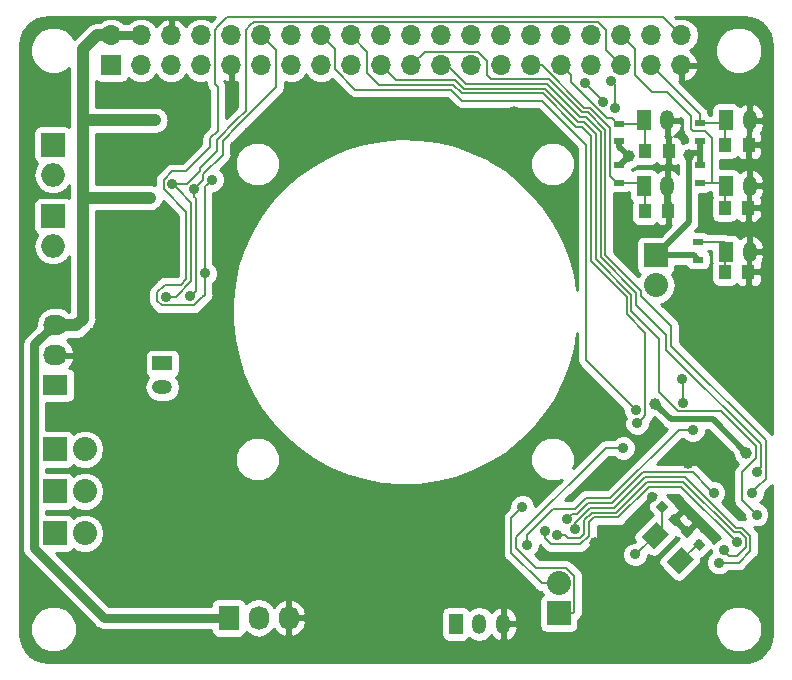
<source format=gbl>
G04 #@! TF.GenerationSoftware,KiCad,Pcbnew,5.0.0-fee4fd1~66~ubuntu18.04.1*
G04 #@! TF.CreationDate,2018-10-07T00:06:07+02:00*
G04 #@! TF.ProjectId,rasle,7261736C652E6B696361645F70636200,rev?*
G04 #@! TF.SameCoordinates,Original*
G04 #@! TF.FileFunction,Copper,L2,Bot,Signal*
G04 #@! TF.FilePolarity,Positive*
%FSLAX46Y46*%
G04 Gerber Fmt 4.6, Leading zero omitted, Abs format (unit mm)*
G04 Created by KiCad (PCBNEW 5.0.0-fee4fd1~66~ubuntu18.04.1) date Sun Oct  7 00:06:07 2018*
%MOMM*%
%LPD*%
G01*
G04 APERTURE LIST*
G04 #@! TA.AperFunction,ComponentPad*
%ADD10O,1.700000X1.200000*%
G04 #@! TD*
G04 #@! TA.AperFunction,ComponentPad*
%ADD11R,1.700000X1.200000*%
G04 #@! TD*
G04 #@! TA.AperFunction,ComponentPad*
%ADD12R,2.032000X1.727200*%
G04 #@! TD*
G04 #@! TA.AperFunction,ComponentPad*
%ADD13O,2.032000X1.727200*%
G04 #@! TD*
G04 #@! TA.AperFunction,SMDPad,CuDef*
%ADD14R,1.000000X1.250000*%
G04 #@! TD*
G04 #@! TA.AperFunction,ComponentPad*
%ADD15O,1.200000X1.700000*%
G04 #@! TD*
G04 #@! TA.AperFunction,ComponentPad*
%ADD16R,1.200000X1.700000*%
G04 #@! TD*
G04 #@! TA.AperFunction,ComponentPad*
%ADD17O,1.727200X2.032000*%
G04 #@! TD*
G04 #@! TA.AperFunction,ComponentPad*
%ADD18R,1.727200X2.032000*%
G04 #@! TD*
G04 #@! TA.AperFunction,SMDPad,CuDef*
%ADD19C,0.750000*%
G04 #@! TD*
G04 #@! TA.AperFunction,Conductor*
%ADD20C,0.150000*%
G04 #@! TD*
G04 #@! TA.AperFunction,SMDPad,CuDef*
%ADD21R,0.900000X0.500000*%
G04 #@! TD*
G04 #@! TA.AperFunction,SMDPad,CuDef*
%ADD22C,1.500000*%
G04 #@! TD*
G04 #@! TA.AperFunction,ComponentPad*
%ADD23O,2.032000X2.032000*%
G04 #@! TD*
G04 #@! TA.AperFunction,ComponentPad*
%ADD24R,2.032000X2.032000*%
G04 #@! TD*
G04 #@! TA.AperFunction,ComponentPad*
%ADD25R,1.700000X1.700000*%
G04 #@! TD*
G04 #@! TA.AperFunction,ComponentPad*
%ADD26O,1.700000X1.700000*%
G04 #@! TD*
G04 #@! TA.AperFunction,ComponentPad*
%ADD27R,1.998980X1.998980*%
G04 #@! TD*
G04 #@! TA.AperFunction,ComponentPad*
%ADD28O,1.998980X1.998980*%
G04 #@! TD*
G04 #@! TA.AperFunction,ViaPad*
%ADD29C,1.000000*%
G04 #@! TD*
G04 #@! TA.AperFunction,ViaPad*
%ADD30C,0.900000*%
G04 #@! TD*
G04 #@! TA.AperFunction,Conductor*
%ADD31C,0.500000*%
G04 #@! TD*
G04 #@! TA.AperFunction,Conductor*
%ADD32C,0.508000*%
G04 #@! TD*
G04 #@! TA.AperFunction,Conductor*
%ADD33C,1.000000*%
G04 #@! TD*
G04 #@! TA.AperFunction,Conductor*
%ADD34C,1.016000*%
G04 #@! TD*
G04 #@! TA.AperFunction,Conductor*
%ADD35C,0.762000*%
G04 #@! TD*
G04 #@! TA.AperFunction,Conductor*
%ADD36C,0.203200*%
G04 #@! TD*
G04 #@! TA.AperFunction,Conductor*
%ADD37C,0.200000*%
G04 #@! TD*
G04 #@! TA.AperFunction,Conductor*
%ADD38C,0.254000*%
G04 #@! TD*
G04 APERTURE END LIST*
D10*
G04 #@! TO.P,J2,2*
G04 #@! TO.N,Net-(J2-Pad2)*
X212700000Y-126015800D03*
D11*
G04 #@! TO.P,J2,1*
G04 #@! TO.N,+5V*
X212700000Y-124015800D03*
G04 #@! TD*
D12*
G04 #@! TO.P,J1,1*
G04 #@! TO.N,+12V*
X203657600Y-125844600D03*
D13*
G04 #@! TO.P,J1,2*
G04 #@! TO.N,GND*
X203657600Y-123304600D03*
G04 #@! TO.P,J1,3*
G04 #@! TO.N,+5V*
X203657600Y-120764600D03*
G04 #@! TD*
D14*
G04 #@! TO.P,C8,2*
G04 #@! TO.N,GND*
X255559200Y-111138000D03*
G04 #@! TO.P,C8,1*
G04 #@! TO.N,/BUTTON4*
X253559200Y-111138000D03*
G04 #@! TD*
D15*
G04 #@! TO.P,J11,2*
G04 #@! TO.N,GND*
X262426600Y-114541600D03*
D16*
G04 #@! TO.P,J11,1*
G04 #@! TO.N,/BTN_PWR*
X260426600Y-114541600D03*
G04 #@! TD*
D15*
G04 #@! TO.P,J10,2*
G04 #@! TO.N,GND*
X255448200Y-108979000D03*
D16*
G04 #@! TO.P,J10,1*
G04 #@! TO.N,/BUTTON4*
X253448200Y-108979000D03*
G04 #@! TD*
D15*
G04 #@! TO.P,J7,2*
G04 #@! TO.N,GND*
X262426600Y-103416400D03*
D16*
G04 #@! TO.P,J7,1*
G04 #@! TO.N,/BUTTON1*
X260426600Y-103416400D03*
G04 #@! TD*
D17*
G04 #@! TO.P,J4,3*
G04 #@! TO.N,GND*
X223393400Y-145555000D03*
G04 #@! TO.P,J4,2*
G04 #@! TO.N,Net-(J4-Pad2)*
X220853400Y-145555000D03*
D18*
G04 #@! TO.P,J4,1*
G04 #@! TO.N,+5V*
X218313400Y-145555000D03*
G04 #@! TD*
D19*
G04 #@! TO.P,C14,2*
G04 #@! TO.N,Net-(C14-Pad2)*
X254991000Y-136157000D03*
D20*
G04 #@! TD*
G04 #@! TO.N,Net-(C14-Pad2)*
G04 #@! TO.C,C14*
G36*
X255539008Y-136174678D02*
X255008678Y-136705008D01*
X254442992Y-136139322D01*
X254973322Y-135608992D01*
X255539008Y-136174678D01*
X255539008Y-136174678D01*
G37*
D19*
G04 #@! TO.P,C14,1*
G04 #@! TO.N,GND*
X256051660Y-137217660D03*
D20*
G04 #@! TD*
G04 #@! TO.N,GND*
G04 #@! TO.C,C14*
G36*
X256599668Y-137235338D02*
X256069338Y-137765668D01*
X255503652Y-137199982D01*
X256033982Y-136669652D01*
X256599668Y-137235338D01*
X256599668Y-137235338D01*
G37*
D19*
G04 #@! TO.P,C15,2*
G04 #@! TO.N,Net-(C15-Pad2)*
X258162930Y-139328930D03*
D20*
G04 #@! TD*
G04 #@! TO.N,Net-(C15-Pad2)*
G04 #@! TO.C,C15*
G36*
X257614922Y-139311252D02*
X258145252Y-138780922D01*
X258710938Y-139346608D01*
X258180608Y-139876938D01*
X257614922Y-139311252D01*
X257614922Y-139311252D01*
G37*
D19*
G04 #@! TO.P,C15,1*
G04 #@! TO.N,GND*
X257102270Y-138268270D03*
D20*
G04 #@! TD*
G04 #@! TO.N,GND*
G04 #@! TO.C,C15*
G36*
X256554262Y-138250592D02*
X257084592Y-137720262D01*
X257650278Y-138285948D01*
X257119948Y-138816278D01*
X256554262Y-138250592D01*
X256554262Y-138250592D01*
G37*
D21*
G04 #@! TO.P,R11,2*
G04 #@! TO.N,/BUTTON1*
X258206640Y-103684940D03*
G04 #@! TO.P,R11,1*
G04 #@! TO.N,+3V3*
X258206640Y-105184940D03*
G04 #@! TD*
D14*
G04 #@! TO.P,C9,1*
G04 #@! TO.N,/BTN_PWR*
X260330840Y-116251020D03*
G04 #@! TO.P,C9,2*
G04 #@! TO.N,GND*
X262330840Y-116251020D03*
G04 #@! TD*
D21*
G04 #@! TO.P,R14,2*
G04 #@! TO.N,/BUTTON4*
X251389280Y-108723160D03*
G04 #@! TO.P,R14,1*
G04 #@! TO.N,+3V3*
X251389280Y-107223160D03*
G04 #@! TD*
D22*
G04 #@! TO.P,Y1,2*
G04 #@! TO.N,Net-(C15-Pad2)*
X256526640Y-140702540D03*
D20*
G04 #@! TD*
G04 #@! TO.N,Net-(C15-Pad2)*
G04 #@! TO.C,Y1*
G36*
X255359914Y-140808606D02*
X256632706Y-139535814D01*
X257693366Y-140596474D01*
X256420574Y-141869266D01*
X255359914Y-140808606D01*
X255359914Y-140808606D01*
G37*
D22*
G04 #@! TO.P,Y1,1*
G04 #@! TO.N,Net-(C14-Pad2)*
X254405320Y-138581220D03*
D20*
G04 #@! TD*
G04 #@! TO.N,Net-(C14-Pad2)*
G04 #@! TO.C,Y1*
G36*
X253238594Y-138687286D02*
X254511386Y-137414494D01*
X255572046Y-138475154D01*
X254299254Y-139747946D01*
X253238594Y-138687286D01*
X253238594Y-138687286D01*
G37*
D23*
G04 #@! TO.P,J6,2*
G04 #@! TO.N,Net-(J6-Pad2)*
X206121400Y-138392200D03*
D24*
G04 #@! TO.P,J6,1*
G04 #@! TO.N,+12V*
X203581400Y-138392200D03*
G04 #@! TD*
D23*
G04 #@! TO.P,J3,2*
G04 #@! TO.N,Net-(J3-Pad2)*
X206121400Y-134836200D03*
D24*
G04 #@! TO.P,J3,1*
G04 #@! TO.N,+12V*
X203581400Y-134836200D03*
G04 #@! TD*
D23*
G04 #@! TO.P,J5,2*
G04 #@! TO.N,Net-(J5-Pad2)*
X206121400Y-131280200D03*
D24*
G04 #@! TO.P,J5,1*
G04 #@! TO.N,+12V*
X203581400Y-131280200D03*
G04 #@! TD*
D21*
G04 #@! TO.P,R12,2*
G04 #@! TO.N,/BUTTON2*
X258206640Y-108728240D03*
G04 #@! TO.P,R12,1*
G04 #@! TO.N,+3V3*
X258206640Y-107228240D03*
G04 #@! TD*
G04 #@! TO.P,R13,2*
G04 #@! TO.N,/BUTTON3*
X251401980Y-103705260D03*
G04 #@! TO.P,R13,1*
G04 #@! TO.N,+3V3*
X251401980Y-105205260D03*
G04 #@! TD*
G04 #@! TO.P,R15,2*
G04 #@! TO.N,/BTN_PWR*
X258049160Y-113717240D03*
G04 #@! TO.P,R15,1*
G04 #@! TO.N,+3V3*
X258049160Y-115217240D03*
G04 #@! TD*
D25*
G04 #@! TO.P,P1,1*
G04 #@! TO.N,+3V3*
X208370000Y-98770000D03*
D26*
G04 #@! TO.P,P1,2*
G04 #@! TO.N,+5V*
X208370000Y-96230000D03*
G04 #@! TO.P,P1,3*
G04 #@! TO.N,/GPIO2(SDA1)*
X210910000Y-98770000D03*
G04 #@! TO.P,P1,4*
G04 #@! TO.N,+5V*
X210910000Y-96230000D03*
G04 #@! TO.P,P1,5*
G04 #@! TO.N,/GPIO3(SCL1)*
X213450000Y-98770000D03*
G04 #@! TO.P,P1,6*
G04 #@! TO.N,GND*
X213450000Y-96230000D03*
G04 #@! TO.P,P1,7*
G04 #@! TO.N,/GPIO4(GCLK)*
X215990000Y-98770000D03*
G04 #@! TO.P,P1,8*
G04 #@! TO.N,/GPIO14(TXD0)*
X215990000Y-96230000D03*
G04 #@! TO.P,P1,9*
G04 #@! TO.N,GND*
X218530000Y-98770000D03*
G04 #@! TO.P,P1,10*
G04 #@! TO.N,/GPIO15(RXD0)*
X218530000Y-96230000D03*
G04 #@! TO.P,P1,11*
G04 #@! TO.N,/GPIO17(GEN0)*
X221070000Y-98770000D03*
G04 #@! TO.P,P1,12*
G04 #@! TO.N,/BCLK*
X221070000Y-96230000D03*
G04 #@! TO.P,P1,13*
G04 #@! TO.N,/GPIO27(GEN2)*
X223610000Y-98770000D03*
G04 #@! TO.P,P1,14*
G04 #@! TO.N,GND*
X223610000Y-96230000D03*
G04 #@! TO.P,P1,15*
G04 #@! TO.N,/GPIO22(GEN3)*
X226150000Y-98770000D03*
G04 #@! TO.P,P1,16*
G04 #@! TO.N,/GPIO23(GEN4)*
X226150000Y-96230000D03*
G04 #@! TO.P,P1,17*
G04 #@! TO.N,+3V3*
X228690000Y-98770000D03*
G04 #@! TO.P,P1,18*
G04 #@! TO.N,/GPIO24(GEN5)*
X228690000Y-96230000D03*
G04 #@! TO.P,P1,19*
G04 #@! TO.N,/GPIO10(SPI0_MOSI)*
X231230000Y-98770000D03*
G04 #@! TO.P,P1,20*
G04 #@! TO.N,GND*
X231230000Y-96230000D03*
G04 #@! TO.P,P1,21*
G04 #@! TO.N,/GPIO9(SPI0_MISO)*
X233770000Y-98770000D03*
G04 #@! TO.P,P1,22*
G04 #@! TO.N,/GPIO25(GEN6)*
X233770000Y-96230000D03*
G04 #@! TO.P,P1,23*
G04 #@! TO.N,/GPIO11(SPI0_SCK)*
X236310000Y-98770000D03*
G04 #@! TO.P,P1,24*
G04 #@! TO.N,/GPIO8(SPI0_CE_N)*
X236310000Y-96230000D03*
G04 #@! TO.P,P1,25*
G04 #@! TO.N,GND*
X238850000Y-98770000D03*
G04 #@! TO.P,P1,26*
G04 #@! TO.N,/GPIO7(SPI1_CE_N)*
X238850000Y-96230000D03*
G04 #@! TO.P,P1,27*
G04 #@! TO.N,/ID_SD*
X241390000Y-98770000D03*
G04 #@! TO.P,P1,28*
G04 #@! TO.N,/ID_SC*
X241390000Y-96230000D03*
G04 #@! TO.P,P1,29*
G04 #@! TO.N,/BUTTON4*
X243930000Y-98770000D03*
G04 #@! TO.P,P1,30*
G04 #@! TO.N,GND*
X243930000Y-96230000D03*
G04 #@! TO.P,P1,31*
G04 #@! TO.N,/BUTTON3*
X246470000Y-98770000D03*
G04 #@! TO.P,P1,32*
G04 #@! TO.N,/GPIO12(PWM0)*
X246470000Y-96230000D03*
G04 #@! TO.P,P1,33*
G04 #@! TO.N,/GPIO13(PWM1)*
X249010000Y-98770000D03*
G04 #@! TO.P,P1,34*
G04 #@! TO.N,GND*
X249010000Y-96230000D03*
G04 #@! TO.P,P1,35*
G04 #@! TO.N,/GPIO19(SPI1_MISO)*
X251550000Y-98770000D03*
G04 #@! TO.P,P1,36*
G04 #@! TO.N,/BUTTON2*
X251550000Y-96230000D03*
G04 #@! TO.P,P1,37*
G04 #@! TO.N,/BUTTON1*
X254090000Y-98770000D03*
G04 #@! TO.P,P1,38*
G04 #@! TO.N,/GPIO20(SPI1_MOSI)*
X254090000Y-96230000D03*
G04 #@! TO.P,P1,39*
G04 #@! TO.N,GND*
X256630000Y-98770000D03*
G04 #@! TO.P,P1,40*
G04 #@! TO.N,/DIN*
X256630000Y-96230000D03*
G04 #@! TD*
D16*
G04 #@! TO.P,J8,1*
G04 #@! TO.N,/BUTTON2*
X260426600Y-108979000D03*
D15*
G04 #@! TO.P,J8,2*
G04 #@! TO.N,GND*
X262426600Y-108979000D03*
G04 #@! TD*
D16*
G04 #@! TO.P,J9,1*
G04 #@! TO.N,/BUTTON3*
X253467000Y-103416400D03*
D15*
G04 #@! TO.P,J9,2*
G04 #@! TO.N,GND*
X255467000Y-103416400D03*
G04 #@! TD*
D16*
G04 #@! TO.P,J12,1*
G04 #@! TO.N,+5V*
X237547800Y-146063000D03*
D15*
G04 #@! TO.P,J12,2*
G04 #@! TO.N,/POWER*
X239547800Y-146063000D03*
G04 #@! TO.P,J12,3*
G04 #@! TO.N,GND*
X241547800Y-146063000D03*
G04 #@! TD*
D14*
G04 #@! TO.P,C5,2*
G04 #@! TO.N,GND*
X262366400Y-105499200D03*
G04 #@! TO.P,C5,1*
G04 #@! TO.N,/BUTTON1*
X260366400Y-105499200D03*
G04 #@! TD*
G04 #@! TO.P,C6,1*
G04 #@! TO.N,/BUTTON2*
X260303660Y-110830660D03*
G04 #@! TO.P,C6,2*
G04 #@! TO.N,GND*
X262303660Y-110830660D03*
G04 #@! TD*
G04 #@! TO.P,C7,1*
G04 #@! TO.N,/BUTTON3*
X253560980Y-106030060D03*
G04 #@! TO.P,C7,2*
G04 #@! TO.N,GND*
X255560980Y-106030060D03*
G04 #@! TD*
D24*
G04 #@! TO.P,TH1,1*
G04 #@! TO.N,+3V3*
X254483000Y-114854020D03*
D23*
G04 #@! TO.P,TH1,2*
G04 #@! TO.N,Net-(R21-Pad1)*
X254483000Y-117394020D03*
G04 #@! TD*
D27*
G04 #@! TO.P,J14,1*
G04 #@! TO.N,Net-(C18-Pad1)*
X203426319Y-105491921D03*
D28*
G04 #@! TO.P,J14,2*
G04 #@! TO.N,Net-(C16-Pad1)*
X203426319Y-108031921D03*
G04 #@! TD*
G04 #@! TO.P,J15,2*
G04 #@! TO.N,Net-(C17-Pad1)*
X203426319Y-114081921D03*
D27*
G04 #@! TO.P,J15,1*
G04 #@! TO.N,Net-(C19-Pad1)*
X203426319Y-111541921D03*
G04 #@! TD*
D24*
G04 #@! TO.P,J13,1*
G04 #@! TO.N,/RESET_ATMEGA*
X246253400Y-145174000D03*
D23*
G04 #@! TO.P,J13,2*
G04 #@! TO.N,/GPIO4(GCLK)*
X246253400Y-142634000D03*
G04 #@! TD*
D29*
G04 #@! TO.N,+3V3*
X262156688Y-131597453D03*
X257277000Y-106362800D03*
X252197000Y-106464400D03*
X254442006Y-127414253D03*
G04 #@! TO.N,+5V*
X211633200Y-109995000D03*
X212090400Y-103416400D03*
D30*
G04 #@! TO.N,GND*
X216205200Y-137681000D03*
X215722600Y-134506000D03*
X210922000Y-140627400D03*
X219278600Y-140297200D03*
X208940800Y-117538800D03*
X207620000Y-111773000D03*
X209144000Y-108369400D03*
X207493000Y-101917800D03*
X231826200Y-141414800D03*
X231877000Y-137528600D03*
D29*
X249305593Y-139245144D03*
X257178206Y-132431157D03*
D30*
X256388000Y-135699800D03*
X257886600Y-137147600D03*
X254152800Y-135318800D03*
X259385200Y-148780800D03*
X254385200Y-148780800D03*
X249385200Y-148780800D03*
X244385200Y-148780800D03*
X239385200Y-148780800D03*
X234385200Y-148780800D03*
X229385200Y-148780800D03*
X224385200Y-148780800D03*
X219385200Y-148780800D03*
X214385200Y-148780800D03*
X209385200Y-148780800D03*
X204385200Y-148780800D03*
X201066800Y-144310400D03*
X201066800Y-119310400D03*
X201066800Y-114310400D03*
X201066800Y-109310400D03*
X201066800Y-104310400D03*
X201066800Y-99310400D03*
D29*
X242511479Y-102762445D03*
D30*
G04 #@! TO.N,/ID_SD*
X251067574Y-102379321D03*
X250678174Y-100065509D03*
G04 #@! TO.N,/ID_SC*
X248488600Y-100266800D03*
X250050492Y-101859323D03*
G04 #@! TO.N,/GPIO4(GCLK)*
X243180000Y-136182400D03*
G04 #@! TO.N,/GPIO24(GEN5)*
X252909727Y-129071263D03*
G04 #@! TO.N,/GPIO10(SPI0_MOSI)*
X263017400Y-136817400D03*
G04 #@! TO.N,/GPIO9(SPI0_MISO)*
X262641480Y-134953040D03*
G04 #@! TO.N,/GPIO11(SPI0_SCK)*
X263011610Y-133177196D03*
G04 #@! TO.N,/GPIO19(SPI1_MISO)*
X213563600Y-108826600D03*
X213004800Y-118351600D03*
G04 #@! TO.N,/DIN*
X216296432Y-116395800D03*
X216909210Y-108459205D03*
G04 #@! TO.N,/BCLK*
X215062200Y-118326200D03*
X215396890Y-109254574D03*
G04 #@! TO.N,/WS2812_DATA*
X261341000Y-139154200D03*
X245096727Y-138181220D03*
G04 #@! TO.N,/PWM2*
X259849721Y-140877999D03*
X247657590Y-138046385D03*
G04 #@! TO.N,/PWM3*
X246134810Y-138554665D03*
X260223400Y-139840000D03*
G04 #@! TO.N,/POWER*
X257614441Y-129647410D03*
X243556153Y-139377289D03*
G04 #@! TO.N,/FAN*
X259376082Y-134972318D03*
X246949656Y-137200274D03*
G04 #@! TO.N,/BTN_PWR*
X256768012Y-127324990D03*
X256739217Y-125343022D03*
G04 #@! TO.N,/GPIO23(GEN4)*
X252808449Y-127972709D03*
G04 #@! TO.N,Net-(C14-Pad2)*
X252735262Y-140182249D03*
G04 #@! TO.N,Net-(C15-Pad2)*
X256489600Y-140856000D03*
G04 #@! TO.N,/RESET_ATMEGA*
X251720306Y-131163910D03*
G04 #@! TD*
D31*
G04 #@! TO.N,+3V3*
X258206640Y-105184940D02*
X258206640Y-106235800D01*
X258206640Y-106235800D02*
X258206640Y-107228240D01*
D32*
X257685940Y-114854020D02*
X258049160Y-115217240D01*
X254483000Y-114854020D02*
X257685940Y-114854020D01*
X257404000Y-106235800D02*
X258206640Y-106235800D01*
X257277000Y-106362800D02*
X257404000Y-106235800D01*
X251401980Y-105669380D02*
X252197000Y-106464400D01*
X251401980Y-105205260D02*
X251401980Y-105669380D01*
X251438240Y-107223160D02*
X252197000Y-106464400D01*
X251389280Y-107223160D02*
X251438240Y-107223160D01*
X257277000Y-109334600D02*
X257277000Y-106362800D01*
X257277000Y-109334600D02*
X257277000Y-111290400D01*
X257277000Y-112060020D02*
X254483000Y-114854020D01*
X257277000Y-111290400D02*
X257277000Y-112060020D01*
X254942005Y-127914252D02*
X254442006Y-127414253D01*
X255767953Y-128740200D02*
X254942005Y-127914252D01*
X259299435Y-128740200D02*
X255767953Y-128740200D01*
X262156688Y-131597453D02*
X259299435Y-128740200D01*
D33*
G04 #@! TO.N,+5V*
X211633200Y-109995000D02*
X205969000Y-109995000D01*
D34*
X205969000Y-109995000D02*
X205969000Y-104508600D01*
X205969000Y-120231200D02*
X205969000Y-109995000D01*
X205435600Y-120764600D02*
X205969000Y-120231200D01*
X203657600Y-120764600D02*
X205435600Y-120764600D01*
D35*
X208370000Y-96230000D02*
X210910000Y-96230000D01*
D34*
X208077200Y-103416400D02*
X206045200Y-103416400D01*
X205969000Y-103492600D02*
X205969000Y-104508600D01*
X205969000Y-98631000D02*
X205969000Y-102425800D01*
D35*
X206045200Y-103416400D02*
X205969000Y-103492600D01*
D34*
X212090400Y-103416400D02*
X208077200Y-103416400D01*
D35*
X203505200Y-120764600D02*
X203657600Y-120764600D01*
X201879600Y-122390200D02*
X203505200Y-120764600D01*
X201879600Y-139672362D02*
X201879600Y-122390200D01*
X207762238Y-145555000D02*
X201879600Y-139672362D01*
X218313400Y-145555000D02*
X207762238Y-145555000D01*
D34*
X205969000Y-102425800D02*
X205969000Y-103492600D01*
X205969000Y-97428919D02*
X205969000Y-98631000D01*
X207167919Y-96230000D02*
X205969000Y-97428919D01*
X208370000Y-96230000D02*
X207167919Y-96230000D01*
D31*
G04 #@! TO.N,GND*
X262350400Y-105483200D02*
X262366400Y-105499200D01*
D32*
X255448200Y-110858600D02*
X255587900Y-110998300D01*
X255448200Y-108979000D02*
X255448200Y-110858600D01*
D36*
G04 #@! TO.N,/ID_SD*
X251067574Y-100454909D02*
X250678174Y-100065509D01*
X251067574Y-102379321D02*
X251067574Y-100454909D01*
G04 #@! TO.N,/ID_SC*
X248488600Y-100266800D02*
X250050492Y-101828692D01*
X250050492Y-101828692D02*
X250050492Y-101859323D01*
G04 #@! TO.N,/GPIO4(GCLK)*
X242265589Y-140083029D02*
X244816560Y-142634000D01*
X243180000Y-136182400D02*
X242265589Y-137096811D01*
X244816560Y-142634000D02*
X246253400Y-142634000D01*
X242265589Y-137096811D02*
X242265589Y-140083029D01*
G04 #@! TO.N,/GPIO24(GEN5)*
X248996601Y-104746650D02*
X248996601Y-115363850D01*
X230075199Y-99455599D02*
X231034495Y-100414895D01*
X230075199Y-97615199D02*
X230075199Y-99455599D01*
X252019211Y-119859660D02*
X253568964Y-121409413D01*
X247742540Y-103975189D02*
X248225140Y-103975189D01*
X248996601Y-115363850D02*
X252019211Y-118386460D01*
X244923140Y-101155789D02*
X247742540Y-103975189D01*
X228690000Y-96230000D02*
X230075199Y-97615199D01*
X248225140Y-103975189D02*
X248996601Y-104746650D01*
X253568964Y-121409413D02*
X253568964Y-128412026D01*
X253359726Y-128621264D02*
X252909727Y-129071263D01*
X237315540Y-100414895D02*
X238056433Y-101155789D01*
X238056433Y-101155789D02*
X244923140Y-101155789D01*
X231034495Y-100414895D02*
X237315540Y-100414895D01*
X252019211Y-118386460D02*
X252019211Y-119859660D01*
X253568964Y-128412026D02*
X253359726Y-128621264D01*
G04 #@! TO.N,/GPIO10(SPI0_MOSI)*
X262961498Y-131037048D02*
X262961498Y-132047302D01*
X254787800Y-121967849D02*
X254787800Y-126461884D01*
X262567401Y-136367401D02*
X263017400Y-136817400D01*
X260004241Y-128079791D02*
X262961498Y-131037048D01*
X245091480Y-100749378D02*
X247910880Y-103568778D01*
X252425622Y-119605671D02*
X254787800Y-121967849D01*
X254787800Y-126461884D02*
X256405707Y-128079791D01*
X256405707Y-128079791D02*
X260004241Y-128079791D01*
X249403012Y-104578310D02*
X249403012Y-115195510D01*
X249403012Y-115195510D02*
X252425622Y-118218120D01*
X248393480Y-103568778D02*
X249403012Y-104578310D01*
X247910880Y-103568778D02*
X248393480Y-103568778D01*
X261772800Y-133236000D02*
X261772800Y-135572800D01*
X252425622Y-118218120D02*
X252425622Y-119605671D01*
X238224773Y-100749378D02*
X245091480Y-100749378D01*
X237483881Y-100008485D02*
X238224773Y-100749378D01*
X232468484Y-100008484D02*
X237483881Y-100008485D01*
X231230000Y-98770000D02*
X232468484Y-100008484D01*
X262961498Y-132047302D02*
X261772800Y-133236000D01*
X261772800Y-135572800D02*
X262567401Y-136367401D01*
G04 #@! TO.N,/GPIO9(SPI0_MISO)*
X255778400Y-122517200D02*
X263774320Y-130513120D01*
X245428160Y-99936556D02*
X248247560Y-102755956D01*
X263774320Y-130513120D02*
X263774320Y-133820200D01*
X248247560Y-102755956D02*
X248730160Y-102755956D01*
X248730160Y-102755956D02*
X250215834Y-104241630D01*
X253238444Y-118300844D02*
X255778400Y-120840800D01*
X240235199Y-98446093D02*
X240235199Y-99609566D01*
X240235199Y-99609566D02*
X240562189Y-99936556D01*
X240562189Y-99936556D02*
X245428160Y-99936556D01*
X250215834Y-104241630D02*
X250215834Y-114858830D01*
X250215834Y-114858830D02*
X253238444Y-117881440D01*
X253238444Y-117881440D02*
X253238444Y-118300844D01*
X263774320Y-133820200D02*
X263091479Y-134503041D01*
X263091479Y-134503041D02*
X262641480Y-134953040D01*
X239404305Y-97615199D02*
X240235199Y-98446093D01*
X233770000Y-98770000D02*
X234924801Y-97615199D01*
X234924801Y-97615199D02*
X239404305Y-97615199D01*
X255778400Y-120840800D02*
X255778400Y-122517200D01*
G04 #@! TO.N,/GPIO11(SPI0_SCK)*
X238393113Y-100342967D02*
X245259820Y-100342967D01*
X248079220Y-103162367D02*
X248561820Y-103162367D01*
X252832033Y-118049780D02*
X252832033Y-119062833D01*
X252832033Y-119062833D02*
X255371989Y-121602789D01*
X255371989Y-122872789D02*
X263367909Y-130868708D01*
X263367909Y-130868708D02*
X263367909Y-132820897D01*
X263367909Y-132820897D02*
X263011610Y-133177196D01*
X255371989Y-121602789D02*
X255371989Y-122872789D01*
X249809423Y-115027170D02*
X252832033Y-118049780D01*
X249809423Y-104409970D02*
X249809423Y-115027170D01*
X248561820Y-103162367D02*
X249809423Y-104409970D01*
X245259820Y-100342967D02*
X248079220Y-103162367D01*
X236820146Y-98770000D02*
X238393113Y-100342967D01*
X236310000Y-98770000D02*
X236820146Y-98770000D01*
G04 #@! TO.N,/GPIO19(SPI1_MISO)*
X250266600Y-97486600D02*
X250735400Y-97955400D01*
X250266600Y-95784598D02*
X250266600Y-97486600D01*
D37*
X251550000Y-98770000D02*
X250735400Y-97955400D01*
X250266600Y-95784598D02*
X249562001Y-95079999D01*
D36*
X220450601Y-95081599D02*
X220452201Y-95081599D01*
D37*
X220452201Y-95079999D02*
X220452201Y-95081599D01*
X222174200Y-95079999D02*
X220452201Y-95079999D01*
X249562001Y-95079999D02*
X222174200Y-95079999D01*
D36*
X219786600Y-95745600D02*
X220167600Y-95364600D01*
X220167600Y-95364600D02*
X220450601Y-95081599D01*
X219786600Y-102599074D02*
X218969274Y-103416400D01*
X219786600Y-100698600D02*
X219786600Y-102599074D01*
X219786600Y-100698600D02*
X219786600Y-95745600D01*
D37*
X215136811Y-117046078D02*
X215136811Y-110399811D01*
X213831288Y-118351600D02*
X215136811Y-117046078D01*
X213004800Y-118351600D02*
X213831288Y-118351600D01*
X215136811Y-110399811D02*
X214013599Y-109276599D01*
X214013599Y-109276599D02*
X213563600Y-108826600D01*
X218969274Y-103416400D02*
X218967011Y-103416400D01*
D36*
X217316011Y-106064789D02*
X217316011Y-105067400D01*
D37*
X218967011Y-103416400D02*
X217316011Y-105067400D01*
D36*
X215875000Y-107505800D02*
X215875000Y-107709000D01*
X215875000Y-107505800D02*
X217316011Y-106064789D01*
X214757400Y-108826600D02*
X213563600Y-108826600D01*
X215875000Y-107709000D02*
X214757400Y-108826600D01*
D37*
G04 #@! TO.N,/DIN*
X215398337Y-119104801D02*
X212643263Y-119104801D01*
X212643263Y-119104801D02*
X212251599Y-118713137D01*
X212251599Y-117990063D02*
X212810399Y-117431263D01*
X212251599Y-118713137D02*
X212251599Y-117990063D01*
X212810399Y-109190505D02*
X212810399Y-108465063D01*
X216100738Y-118402400D02*
X215398337Y-119104801D01*
D36*
X217144801Y-100365002D02*
X217376799Y-100597000D01*
X217144801Y-95745799D02*
X217144801Y-100365002D01*
X218213811Y-94676789D02*
X217449800Y-95440800D01*
X218872200Y-94676789D02*
X218213811Y-94676789D01*
X217449800Y-95440800D02*
X217144801Y-95745799D01*
D37*
X255076789Y-94676789D02*
X255780001Y-95380001D01*
X255780001Y-95380001D02*
X256630000Y-96230000D01*
X222337078Y-94670388D02*
X222343479Y-94676789D01*
X222343479Y-94676789D02*
X255076789Y-94676789D01*
X218878601Y-94670388D02*
X222337078Y-94670388D01*
X218872200Y-94676789D02*
X218878601Y-94670388D01*
D36*
X216100738Y-118402400D02*
X216296432Y-118206706D01*
D37*
X216296432Y-115759404D02*
X216296432Y-116395800D01*
D36*
X216296432Y-118206706D02*
X216296432Y-117032196D01*
X216296432Y-117032196D02*
X216296432Y-116395800D01*
X212810399Y-117431263D02*
X212832937Y-117431263D01*
X212832937Y-117431263D02*
X212928600Y-117335600D01*
X212928600Y-117335600D02*
X214274800Y-117335600D01*
X214274800Y-117335600D02*
X214732000Y-116878400D01*
X214732000Y-116878400D02*
X214732000Y-111188800D01*
X212810399Y-109267199D02*
X212810399Y-109190505D01*
X214732000Y-111188800D02*
X212810399Y-109267199D01*
D37*
X212810399Y-108465063D02*
X213538200Y-107737262D01*
X217376799Y-102552800D02*
X217376799Y-100597000D01*
X216296432Y-109029800D02*
X216296432Y-115759404D01*
D36*
X217376799Y-104327601D02*
X217376799Y-102552800D01*
X216738600Y-105702400D02*
X216738600Y-104965800D01*
X214716848Y-107724152D02*
X216738600Y-105702400D01*
X214716848Y-107737262D02*
X214716848Y-107724152D01*
X216738600Y-104965800D02*
X217376799Y-104327601D01*
X213538200Y-107737262D02*
X214716848Y-107737262D01*
X216459211Y-108909204D02*
X216909210Y-108459205D01*
X216338615Y-109029800D02*
X216459211Y-108909204D01*
X216296432Y-109029800D02*
X216338615Y-109029800D01*
G04 #@! TO.N,/BCLK*
X222326600Y-100629300D02*
X222079500Y-100876400D01*
X222326600Y-97486600D02*
X221070000Y-96230000D01*
X222326600Y-97980800D02*
X222326600Y-97486600D01*
X222326600Y-100629300D02*
X220574000Y-102381900D01*
X222326600Y-100165200D02*
X222326600Y-100629300D01*
X222326600Y-97980800D02*
X222326600Y-100165200D01*
D37*
X222079500Y-100876400D02*
X220574000Y-102381900D01*
X220574000Y-102381900D02*
X220574000Y-102384162D01*
X220574000Y-102384162D02*
X219136952Y-103821210D01*
X219136952Y-103821210D02*
X219134690Y-103821210D01*
X219134690Y-103821210D02*
X217812300Y-105143600D01*
D36*
X215541622Y-110035702D02*
X215396890Y-109890970D01*
X215396890Y-109890970D02*
X215396890Y-109254574D01*
X215062200Y-118326200D02*
X215541622Y-117846778D01*
X215541622Y-117846778D02*
X215541622Y-110035702D01*
X217812300Y-106346450D02*
X217812300Y-105143600D01*
X216154400Y-108497064D02*
X215396890Y-109254574D01*
X216154400Y-108004350D02*
X217812300Y-106346450D01*
X216154400Y-108004350D02*
X216154400Y-108497064D01*
G04 #@! TO.N,/WS2812_DATA*
X245096727Y-138817616D02*
X245096727Y-138181220D01*
X261341000Y-139154200D02*
X256642000Y-134455200D01*
X245588577Y-139309466D02*
X245096727Y-138817616D01*
X249241150Y-137046000D02*
X248818810Y-137468340D01*
X248818810Y-138593751D02*
X248103096Y-139309466D01*
X256642000Y-134455200D02*
X253911761Y-134455200D01*
X248103096Y-139309466D02*
X245588577Y-139309466D01*
X253911761Y-134455200D02*
X251320961Y-137046000D01*
X251320961Y-137046000D02*
X249241150Y-137046000D01*
X248818810Y-137468340D02*
X248818810Y-138593751D01*
G04 #@! TO.N,/PWM2*
X261486860Y-140877999D02*
X259849721Y-140877999D01*
X262502213Y-139862646D02*
X261486860Y-140877999D01*
X261795446Y-137916787D02*
X262502213Y-138623554D01*
X262502213Y-138623554D02*
X262502213Y-139862646D01*
X261253088Y-137916787D02*
X261795446Y-137916787D01*
X247657590Y-138046385D02*
X247657590Y-137480060D01*
X247657590Y-137480060D02*
X248904470Y-136233178D01*
X248904470Y-136233178D02*
X250984280Y-136233178D01*
X253575080Y-133642378D02*
X256978680Y-133642378D01*
X250984280Y-136233178D02*
X253575080Y-133642378D01*
X256978680Y-133642378D02*
X261253088Y-137916787D01*
G04 #@! TO.N,/PWM3*
X261373109Y-140289999D02*
X260673399Y-140289999D01*
X261627106Y-138323198D02*
X262095802Y-138791894D01*
X253743420Y-134048789D02*
X256810339Y-134048789D01*
X260673399Y-140289999D02*
X260223400Y-139840000D01*
X262095802Y-139567306D02*
X261373109Y-140289999D01*
X248412401Y-137299999D02*
X249072810Y-136639589D01*
X248034869Y-138802942D02*
X248412400Y-138425411D01*
X249072810Y-136639589D02*
X251152620Y-136639589D01*
X248412400Y-138425411D02*
X248412401Y-137299999D01*
X256810339Y-134048789D02*
X261084747Y-138323197D01*
X261084747Y-138323197D02*
X261627106Y-138323198D01*
X247019483Y-138802942D02*
X248034869Y-138802942D01*
X246771206Y-138554665D02*
X247019483Y-138802942D01*
X246134810Y-138554665D02*
X246771206Y-138554665D01*
X251152620Y-136639589D02*
X253743420Y-134048789D01*
X262095802Y-138791894D02*
X262095802Y-139567306D01*
G04 #@! TO.N,/POWER*
X256420547Y-129647410D02*
X256978045Y-129647410D01*
X247640940Y-136334811D02*
X248555395Y-135420356D01*
X248555395Y-135420356D02*
X250647601Y-135420356D01*
X250647601Y-135420356D02*
X256420547Y-129647410D01*
X245800999Y-136334811D02*
X247640940Y-136334811D01*
X243556153Y-138579657D02*
X245800999Y-136334811D01*
X243556153Y-139377289D02*
X243556153Y-138579657D01*
X256978045Y-129647410D02*
X257614441Y-129647410D01*
G04 #@! TO.N,/FAN*
X250815941Y-135826767D02*
X253406740Y-133235967D01*
X253406740Y-133235967D02*
X257639731Y-133235967D01*
X257639731Y-133235967D02*
X258926083Y-134522319D01*
X248723734Y-135826767D02*
X250815941Y-135826767D01*
X258926083Y-134522319D02*
X259376082Y-134972318D01*
X247800226Y-136750275D02*
X248723734Y-135826767D01*
X247399655Y-136750275D02*
X247800226Y-136750275D01*
X246949656Y-137200274D02*
X247399655Y-136750275D01*
D37*
G04 #@! TO.N,/BUTTON1*
X260356180Y-103684940D02*
X260363100Y-103678020D01*
X258206640Y-103684940D02*
X260356180Y-103684940D01*
X260366400Y-103681320D02*
X260363100Y-103678020D01*
X260366400Y-105499200D02*
X260366400Y-103681320D01*
D36*
X258206640Y-102886640D02*
X258206640Y-103684940D01*
X254090000Y-98770000D02*
X258206640Y-102886640D01*
D37*
G04 #@! TO.N,/BUTTON2*
X260301440Y-108728240D02*
X260309760Y-108719920D01*
X260303660Y-108726020D02*
X260309760Y-108719920D01*
X260303660Y-110830660D02*
X260303660Y-108726020D01*
X258206640Y-108728240D02*
X259207400Y-108728240D01*
X259207400Y-108728240D02*
X260301440Y-108728240D01*
D36*
X257451839Y-104178781D02*
X257629258Y-104356200D01*
X257629258Y-104356200D02*
X258623200Y-104356200D01*
X251550000Y-96230000D02*
X252704801Y-97384801D01*
X252704801Y-99580801D02*
X254152800Y-101028800D01*
X257451839Y-103083239D02*
X257451839Y-104178781D01*
X259207400Y-104940400D02*
X259207400Y-108728240D01*
X254152800Y-101028800D02*
X255397400Y-101028800D01*
X258623200Y-104356200D02*
X259207400Y-104940400D01*
X252704801Y-97384801D02*
X252704801Y-99580801D01*
X255397400Y-101028800D02*
X257451839Y-103083239D01*
G04 #@! TO.N,/BUTTON3*
X253560980Y-103757780D02*
X253499000Y-103695800D01*
X253560980Y-106030060D02*
X253560980Y-103757780D01*
X253489540Y-103705260D02*
X253499000Y-103695800D01*
X251401980Y-103705260D02*
X253489540Y-103705260D01*
X247319999Y-99619999D02*
X247319999Y-100196293D01*
X250748780Y-103252060D02*
X251201980Y-103705260D01*
X247319999Y-100196293D02*
X250375766Y-103252060D01*
X251201980Y-103705260D02*
X251401980Y-103705260D01*
X250375766Y-103252060D02*
X250748780Y-103252060D01*
X246470000Y-98770000D02*
X247319999Y-99619999D01*
G04 #@! TO.N,/BUTTON4*
X253592980Y-110993220D02*
X253587900Y-110998300D01*
X253592980Y-108722460D02*
X253592980Y-110993220D01*
X253592280Y-108723160D02*
X253592980Y-108722460D01*
X251389280Y-108723160D02*
X253592280Y-108723160D01*
X248898500Y-102349545D02*
X248415900Y-102349545D01*
X250634479Y-104085524D02*
X248898500Y-102349545D01*
X248415900Y-102349545D02*
X244836355Y-98770000D01*
X251189280Y-108723160D02*
X250634479Y-108168359D01*
X251389280Y-108723160D02*
X251189280Y-108723160D01*
X250634479Y-108168359D02*
X250634479Y-104085524D01*
X244836355Y-98770000D02*
X243930000Y-98770000D01*
D37*
G04 #@! TO.N,/BTN_PWR*
X260330840Y-113750900D02*
X260340240Y-113741500D01*
X260330840Y-116251020D02*
X260330840Y-113750900D01*
X260315980Y-113717240D02*
X260340240Y-113741500D01*
X258049160Y-113717240D02*
X260315980Y-113717240D01*
D36*
X256768012Y-125371817D02*
X256739217Y-125343022D01*
X256768012Y-127324990D02*
X256768012Y-125371817D01*
G04 #@! TO.N,/GPIO23(GEN4)*
X227304801Y-99093907D02*
X227304801Y-97384801D01*
X252808449Y-127972709D02*
X248564800Y-123729060D01*
X248564800Y-123729060D02*
X248564800Y-105499200D01*
X248564800Y-105499200D02*
X244831000Y-101765400D01*
X244831000Y-101765400D02*
X238091294Y-101765400D01*
X229032200Y-100821306D02*
X227304801Y-99093907D01*
X237147200Y-100821306D02*
X229032200Y-100821306D01*
X227304801Y-97384801D02*
X226150000Y-96230000D01*
X238091294Y-101765400D02*
X237147200Y-100821306D01*
G04 #@! TO.N,Net-(C14-Pad2)*
X254991000Y-137995540D02*
X254405320Y-138581220D01*
X254991000Y-136157000D02*
X254991000Y-137995540D01*
X254405320Y-138581220D02*
X252804291Y-140182249D01*
X252804291Y-140182249D02*
X252735262Y-140182249D01*
G04 #@! TO.N,Net-(C15-Pad2)*
X258109060Y-139236540D02*
X258109060Y-139198860D01*
X256489600Y-140856000D02*
X258109060Y-139236540D01*
G04 #@! TO.N,/RESET_ATMEGA*
X250230490Y-131163910D02*
X251083910Y-131163910D01*
X247574201Y-142000015D02*
X246887385Y-141313199D01*
X247472600Y-145174000D02*
X247574201Y-145072399D01*
X244373799Y-141313199D02*
X242672000Y-139611400D01*
X242672000Y-138722400D02*
X250230490Y-131163910D01*
X242672000Y-139611400D02*
X242672000Y-138722400D01*
X246887385Y-141313199D02*
X244373799Y-141313199D01*
X251083910Y-131163910D02*
X251720306Y-131163910D01*
X246253400Y-145174000D02*
X247472600Y-145174000D01*
X247574201Y-145072399D02*
X247574201Y-142000015D01*
G04 #@! TD*
D38*
G04 #@! TO.N,GND*
G36*
X216838161Y-95010730D02*
X216569418Y-94831161D01*
X216136256Y-94745000D01*
X215843744Y-94745000D01*
X215410582Y-94831161D01*
X214919375Y-95159375D01*
X214706157Y-95478478D01*
X214645183Y-95348642D01*
X214216924Y-94958355D01*
X213806890Y-94788524D01*
X213577000Y-94909845D01*
X213577000Y-96103000D01*
X213597000Y-96103000D01*
X213597000Y-96357000D01*
X213577000Y-96357000D01*
X213577000Y-96377000D01*
X213323000Y-96377000D01*
X213323000Y-96357000D01*
X213303000Y-96357000D01*
X213303000Y-96103000D01*
X213323000Y-96103000D01*
X213323000Y-94909845D01*
X213093110Y-94788524D01*
X212683076Y-94958355D01*
X212254817Y-95348642D01*
X212193843Y-95478478D01*
X211980625Y-95159375D01*
X211489418Y-94831161D01*
X211056256Y-94745000D01*
X210763744Y-94745000D01*
X210330582Y-94831161D01*
X209839375Y-95159375D01*
X209802876Y-95214000D01*
X209477124Y-95214000D01*
X209440625Y-95159375D01*
X208949418Y-94831161D01*
X208516256Y-94745000D01*
X208223744Y-94745000D01*
X207790582Y-94831161D01*
X207407692Y-95087000D01*
X207280491Y-95087000D01*
X207167919Y-95064608D01*
X206721942Y-95153318D01*
X206593015Y-95239465D01*
X206343862Y-95405943D01*
X206280093Y-95501380D01*
X205248141Y-96533333D01*
X205182801Y-96375588D01*
X204624412Y-95817199D01*
X203894841Y-95515000D01*
X203105159Y-95515000D01*
X202375588Y-95817199D01*
X201817199Y-96375588D01*
X201515000Y-97105159D01*
X201515000Y-97894841D01*
X201817199Y-98624412D01*
X202375588Y-99182801D01*
X203105159Y-99485000D01*
X203894841Y-99485000D01*
X204624412Y-99182801D01*
X204826000Y-98981213D01*
X204826001Y-102313224D01*
X204826000Y-102313229D01*
X204826000Y-103996123D01*
X204673574Y-103894274D01*
X204425809Y-103844991D01*
X202426829Y-103844991D01*
X202179064Y-103894274D01*
X201969020Y-104034622D01*
X201828672Y-104244666D01*
X201779389Y-104492431D01*
X201779389Y-106491411D01*
X201828672Y-106739176D01*
X201969020Y-106949220D01*
X202117626Y-107048516D01*
X201886664Y-107394175D01*
X201759808Y-108031921D01*
X201886664Y-108669667D01*
X202247918Y-109210322D01*
X202788573Y-109571576D01*
X203265339Y-109666411D01*
X203587299Y-109666411D01*
X204064065Y-109571576D01*
X204604720Y-109210322D01*
X204826000Y-108879153D01*
X204826000Y-109923435D01*
X204811765Y-109995000D01*
X204821311Y-110042989D01*
X204673574Y-109944274D01*
X204425809Y-109894991D01*
X202426829Y-109894991D01*
X202179064Y-109944274D01*
X201969020Y-110084622D01*
X201828672Y-110294666D01*
X201779389Y-110542431D01*
X201779389Y-112541411D01*
X201828672Y-112789176D01*
X201969020Y-112999220D01*
X202117626Y-113098516D01*
X201886664Y-113444175D01*
X201759808Y-114081921D01*
X201886664Y-114719667D01*
X202247918Y-115260322D01*
X202788573Y-115621576D01*
X203265339Y-115716411D01*
X203587299Y-115716411D01*
X204064065Y-115621576D01*
X204604720Y-115260322D01*
X204826001Y-114929152D01*
X204826000Y-119621600D01*
X204796788Y-119621600D01*
X204394725Y-119352950D01*
X203957598Y-119266000D01*
X203357602Y-119266000D01*
X202920475Y-119352950D01*
X202424770Y-119684170D01*
X202093550Y-120179875D01*
X201977241Y-120764600D01*
X201992359Y-120840601D01*
X201231937Y-121601022D01*
X201147106Y-121657705D01*
X201090423Y-121742537D01*
X200922550Y-121993777D01*
X200843696Y-122390200D01*
X200863601Y-122490268D01*
X200863600Y-139572298D01*
X200843696Y-139672362D01*
X200863600Y-139772425D01*
X200863600Y-139772426D01*
X200922549Y-140068784D01*
X201147105Y-140404857D01*
X201231940Y-140461542D01*
X206973060Y-146202663D01*
X207029743Y-146287495D01*
X207254638Y-146437765D01*
X207365813Y-146512050D01*
X207365814Y-146512050D01*
X207365815Y-146512051D01*
X207662173Y-146571000D01*
X207762237Y-146590904D01*
X207862301Y-146571000D01*
X216802360Y-146571000D01*
X216851643Y-146818765D01*
X216991991Y-147028809D01*
X217202035Y-147169157D01*
X217449800Y-147218440D01*
X219177000Y-147218440D01*
X219424765Y-147169157D01*
X219634809Y-147028809D01*
X219775157Y-146818765D01*
X219780332Y-146792749D01*
X220268676Y-147119050D01*
X220853400Y-147235359D01*
X221438125Y-147119050D01*
X221933830Y-146787830D01*
X222127309Y-146498267D01*
X222491364Y-146905732D01*
X223018609Y-147159709D01*
X223034374Y-147162358D01*
X223266400Y-147041217D01*
X223266400Y-145682000D01*
X223520400Y-145682000D01*
X223520400Y-147041217D01*
X223752426Y-147162358D01*
X223768191Y-147159709D01*
X224295436Y-146905732D01*
X224685354Y-146469320D01*
X224878584Y-145916913D01*
X224734324Y-145682000D01*
X223520400Y-145682000D01*
X223266400Y-145682000D01*
X223246400Y-145682000D01*
X223246400Y-145428000D01*
X223266400Y-145428000D01*
X223266400Y-144068783D01*
X223520400Y-144068783D01*
X223520400Y-145428000D01*
X224734324Y-145428000D01*
X224866355Y-145213000D01*
X236300360Y-145213000D01*
X236300360Y-146913000D01*
X236349643Y-147160765D01*
X236489991Y-147370809D01*
X236700035Y-147511157D01*
X236947800Y-147560440D01*
X238147800Y-147560440D01*
X238395565Y-147511157D01*
X238605609Y-147370809D01*
X238698940Y-147231130D01*
X239065928Y-147476344D01*
X239547800Y-147572195D01*
X240029673Y-147476344D01*
X240438185Y-147203385D01*
X240555040Y-147028498D01*
X240718675Y-147244933D01*
X241138424Y-147491286D01*
X241230191Y-147506462D01*
X241420800Y-147381731D01*
X241420800Y-146190000D01*
X241674800Y-146190000D01*
X241674800Y-147381731D01*
X241865409Y-147506462D01*
X241957176Y-147491286D01*
X242376925Y-147244933D01*
X242670447Y-146856701D01*
X242793056Y-146385696D01*
X242630347Y-146190000D01*
X241674800Y-146190000D01*
X241420800Y-146190000D01*
X241400800Y-146190000D01*
X241400800Y-145936000D01*
X241420800Y-145936000D01*
X241420800Y-144744269D01*
X241674800Y-144744269D01*
X241674800Y-145936000D01*
X242630347Y-145936000D01*
X242793056Y-145740304D01*
X242670447Y-145269299D01*
X242376925Y-144881067D01*
X241957176Y-144634714D01*
X241865409Y-144619538D01*
X241674800Y-144744269D01*
X241420800Y-144744269D01*
X241230191Y-144619538D01*
X241138424Y-144634714D01*
X240718675Y-144881067D01*
X240555040Y-145097501D01*
X240438185Y-144922615D01*
X240029672Y-144649656D01*
X239547800Y-144553805D01*
X239065927Y-144649656D01*
X238698940Y-144894869D01*
X238605609Y-144755191D01*
X238395565Y-144614843D01*
X238147800Y-144565560D01*
X236947800Y-144565560D01*
X236700035Y-144614843D01*
X236489991Y-144755191D01*
X236349643Y-144965235D01*
X236300360Y-145213000D01*
X224866355Y-145213000D01*
X224878584Y-145193087D01*
X224685354Y-144640680D01*
X224295436Y-144204268D01*
X223768191Y-143950291D01*
X223752426Y-143947642D01*
X223520400Y-144068783D01*
X223266400Y-144068783D01*
X223034374Y-143947642D01*
X223018609Y-143950291D01*
X222491364Y-144204268D01*
X222127310Y-144611732D01*
X221933830Y-144322170D01*
X221438124Y-143990950D01*
X220853400Y-143874641D01*
X220268675Y-143990950D01*
X219780332Y-144317251D01*
X219775157Y-144291235D01*
X219634809Y-144081191D01*
X219424765Y-143940843D01*
X219177000Y-143891560D01*
X217449800Y-143891560D01*
X217202035Y-143940843D01*
X216991991Y-144081191D01*
X216851643Y-144291235D01*
X216802360Y-144539000D01*
X208183079Y-144539000D01*
X203699718Y-140055640D01*
X204597400Y-140055640D01*
X204845165Y-140006357D01*
X205055209Y-139866009D01*
X205147863Y-139727344D01*
X205477212Y-139947408D01*
X205958791Y-140043200D01*
X206284009Y-140043200D01*
X206765588Y-139947408D01*
X207311705Y-139582505D01*
X207676608Y-139036388D01*
X207804745Y-138392200D01*
X207676608Y-137748012D01*
X207311705Y-137201895D01*
X206765588Y-136836992D01*
X206284009Y-136741200D01*
X205958791Y-136741200D01*
X205477212Y-136836992D01*
X205147863Y-137057056D01*
X205055209Y-136918391D01*
X204845165Y-136778043D01*
X204597400Y-136728760D01*
X202895600Y-136728760D01*
X202895600Y-136499640D01*
X204597400Y-136499640D01*
X204845165Y-136450357D01*
X205055209Y-136310009D01*
X205147863Y-136171344D01*
X205477212Y-136391408D01*
X205958791Y-136487200D01*
X206284009Y-136487200D01*
X206765588Y-136391408D01*
X207311705Y-136026505D01*
X207676608Y-135480388D01*
X207804745Y-134836200D01*
X207676608Y-134192012D01*
X207311705Y-133645895D01*
X206765588Y-133280992D01*
X206284009Y-133185200D01*
X205958791Y-133185200D01*
X205477212Y-133280992D01*
X205147863Y-133501056D01*
X205055209Y-133362391D01*
X204845165Y-133222043D01*
X204597400Y-133172760D01*
X202895600Y-133172760D01*
X202895600Y-132943640D01*
X204597400Y-132943640D01*
X204845165Y-132894357D01*
X205055209Y-132754009D01*
X205147863Y-132615344D01*
X205477212Y-132835408D01*
X205958791Y-132931200D01*
X206284009Y-132931200D01*
X206765588Y-132835408D01*
X207311705Y-132470505D01*
X207676608Y-131924388D01*
X207712598Y-131743450D01*
X218860400Y-131743450D01*
X218860400Y-132493350D01*
X219147374Y-133186167D01*
X219677633Y-133716426D01*
X220370450Y-134003400D01*
X221120350Y-134003400D01*
X221813167Y-133716426D01*
X222343426Y-133186167D01*
X222630400Y-132493350D01*
X222630400Y-131743450D01*
X222343426Y-131050633D01*
X221813167Y-130520374D01*
X221120350Y-130233400D01*
X220370450Y-130233400D01*
X219677633Y-130520374D01*
X219147374Y-131050633D01*
X218860400Y-131743450D01*
X207712598Y-131743450D01*
X207804745Y-131280200D01*
X207676608Y-130636012D01*
X207311705Y-130089895D01*
X206765588Y-129724992D01*
X206284009Y-129629200D01*
X205958791Y-129629200D01*
X205477212Y-129724992D01*
X205147863Y-129945056D01*
X205055209Y-129806391D01*
X204845165Y-129666043D01*
X204597400Y-129616760D01*
X202895600Y-129616760D01*
X202895600Y-127355640D01*
X204673600Y-127355640D01*
X204921365Y-127306357D01*
X205131409Y-127166009D01*
X205271757Y-126955965D01*
X205321040Y-126708200D01*
X205321040Y-126015800D01*
X211190805Y-126015800D01*
X211286656Y-126497673D01*
X211559615Y-126906185D01*
X211968127Y-127179144D01*
X212328364Y-127250800D01*
X213071636Y-127250800D01*
X213431873Y-127179144D01*
X213840385Y-126906185D01*
X214113344Y-126497673D01*
X214209195Y-126015800D01*
X214113344Y-125533927D01*
X213868131Y-125166940D01*
X214007809Y-125073609D01*
X214148157Y-124863565D01*
X214197440Y-124615800D01*
X214197440Y-123415800D01*
X214148157Y-123168035D01*
X214007809Y-122957991D01*
X213797765Y-122817643D01*
X213550000Y-122768360D01*
X211850000Y-122768360D01*
X211602235Y-122817643D01*
X211392191Y-122957991D01*
X211251843Y-123168035D01*
X211202560Y-123415800D01*
X211202560Y-124615800D01*
X211251843Y-124863565D01*
X211392191Y-125073609D01*
X211531869Y-125166940D01*
X211286656Y-125533927D01*
X211190805Y-126015800D01*
X205321040Y-126015800D01*
X205321040Y-124981000D01*
X205271757Y-124733235D01*
X205131409Y-124523191D01*
X204921365Y-124382843D01*
X204831190Y-124364906D01*
X205008332Y-124206636D01*
X205262309Y-123679391D01*
X205264958Y-123663626D01*
X205143817Y-123431600D01*
X203784600Y-123431600D01*
X203784600Y-123451600D01*
X203530600Y-123451600D01*
X203530600Y-123431600D01*
X203510600Y-123431600D01*
X203510600Y-123177600D01*
X203530600Y-123177600D01*
X203530600Y-123157600D01*
X203784600Y-123157600D01*
X203784600Y-123177600D01*
X205143817Y-123177600D01*
X205264958Y-122945574D01*
X205262309Y-122929809D01*
X205008332Y-122402564D01*
X204600868Y-122038510D01*
X204796788Y-121907600D01*
X205323029Y-121907600D01*
X205435600Y-121929992D01*
X205548171Y-121907600D01*
X205548172Y-121907600D01*
X205881576Y-121841282D01*
X206259657Y-121588657D01*
X206323427Y-121493218D01*
X206697618Y-121119027D01*
X206793057Y-121055257D01*
X207020040Y-120715552D01*
X207045682Y-120677177D01*
X207134392Y-120231200D01*
X207112000Y-120118628D01*
X207112000Y-111130000D01*
X211858966Y-111130000D01*
X211964272Y-111086381D01*
X212076055Y-111064146D01*
X212170820Y-111000826D01*
X212276126Y-110957207D01*
X212356724Y-110876609D01*
X212451489Y-110813289D01*
X212514809Y-110718524D01*
X212595407Y-110637926D01*
X212639026Y-110532620D01*
X212702346Y-110437855D01*
X212724581Y-110326072D01*
X212754744Y-110253253D01*
X213995401Y-111493911D01*
X213995400Y-116573291D01*
X213969691Y-116599000D01*
X213001140Y-116599000D01*
X212928600Y-116584571D01*
X212856060Y-116599000D01*
X212856056Y-116599000D01*
X212641193Y-116641739D01*
X212397542Y-116804542D01*
X212377403Y-116834682D01*
X212279341Y-116900205D01*
X212233692Y-116968523D01*
X211783062Y-117419154D01*
X211721695Y-117460158D01*
X211680691Y-117521525D01*
X211680690Y-117521526D01*
X211559245Y-117703281D01*
X211543343Y-117783226D01*
X211516599Y-117917675D01*
X211516599Y-117917679D01*
X211502201Y-117990063D01*
X211516599Y-118062447D01*
X211516599Y-118640753D01*
X211502201Y-118713137D01*
X211516599Y-118785521D01*
X211516599Y-118785524D01*
X211559245Y-118999919D01*
X211721694Y-119243042D01*
X211783064Y-119284048D01*
X212072352Y-119573336D01*
X212113358Y-119634706D01*
X212356480Y-119797155D01*
X212570875Y-119839801D01*
X212643263Y-119854200D01*
X212715651Y-119839801D01*
X215325953Y-119839801D01*
X215398337Y-119854199D01*
X215470721Y-119839801D01*
X215470725Y-119839801D01*
X215685120Y-119797155D01*
X215928242Y-119634706D01*
X215969248Y-119573336D01*
X216563479Y-118979106D01*
X216570296Y-118974551D01*
X216765990Y-118778857D01*
X216827490Y-118737764D01*
X216990293Y-118494113D01*
X217033032Y-118279250D01*
X217033032Y-118279247D01*
X217047461Y-118206707D01*
X217033032Y-118134166D01*
X217033032Y-117193621D01*
X217216250Y-117010403D01*
X217381432Y-116611620D01*
X217381432Y-116179980D01*
X217216250Y-115781197D01*
X217031432Y-115596379D01*
X217031432Y-109544205D01*
X217125030Y-109544205D01*
X217523813Y-109379023D01*
X217829028Y-109073808D01*
X217994210Y-108675025D01*
X217994210Y-108243385D01*
X217829028Y-107844602D01*
X217592443Y-107608017D01*
X218281861Y-106918599D01*
X218343358Y-106877508D01*
X218384449Y-106816011D01*
X218384451Y-106816009D01*
X218432933Y-106743450D01*
X218860400Y-106743450D01*
X218860400Y-107493350D01*
X219147374Y-108186167D01*
X219677633Y-108716426D01*
X220370450Y-109003400D01*
X221120350Y-109003400D01*
X221813167Y-108716426D01*
X222343426Y-108186167D01*
X222630400Y-107493350D01*
X222630400Y-106743450D01*
X222343426Y-106050633D01*
X221813167Y-105520374D01*
X221120350Y-105233400D01*
X220370450Y-105233400D01*
X219677633Y-105520374D01*
X219147374Y-106050633D01*
X218860400Y-106743450D01*
X218432933Y-106743450D01*
X218506161Y-106633857D01*
X218517710Y-106575796D01*
X218548900Y-106418994D01*
X218548900Y-106418991D01*
X218563329Y-106346450D01*
X218548900Y-106273910D01*
X218548900Y-105446446D01*
X219598672Y-104396674D01*
X219666857Y-104351115D01*
X219707863Y-104289745D01*
X221042537Y-102955072D01*
X221103905Y-102914067D01*
X221144909Y-102852700D01*
X222796160Y-101201450D01*
X222857658Y-101160358D01*
X222898749Y-101098861D01*
X222898751Y-101098859D01*
X223020461Y-100916707D01*
X223027483Y-100881403D01*
X223063200Y-100701844D01*
X223063200Y-100701841D01*
X223077629Y-100629301D01*
X223063694Y-100559241D01*
X223063200Y-100556760D01*
X223063200Y-100175327D01*
X223463744Y-100255000D01*
X223756256Y-100255000D01*
X224189418Y-100168839D01*
X224680625Y-99840625D01*
X224880000Y-99542239D01*
X225079375Y-99840625D01*
X225570582Y-100168839D01*
X226003744Y-100255000D01*
X226296256Y-100255000D01*
X226729418Y-100168839D01*
X227094251Y-99925066D01*
X228460050Y-101290866D01*
X228501142Y-101352364D01*
X228562639Y-101393455D01*
X228562641Y-101393457D01*
X228645095Y-101448551D01*
X228744793Y-101515167D01*
X228959656Y-101557906D01*
X228959659Y-101557906D01*
X229032199Y-101572335D01*
X229104740Y-101557906D01*
X236842091Y-101557906D01*
X237519144Y-102234960D01*
X237560236Y-102296458D01*
X237621733Y-102337549D01*
X237621735Y-102337551D01*
X237732165Y-102411338D01*
X237803887Y-102459261D01*
X238018750Y-102502000D01*
X238018753Y-102502000D01*
X238091294Y-102516429D01*
X238163834Y-102502000D01*
X244525891Y-102502000D01*
X247828201Y-105804311D01*
X247828200Y-117836225D01*
X247609038Y-116490518D01*
X247195007Y-114982248D01*
X246623045Y-113526514D01*
X245899630Y-112139802D01*
X245032952Y-110837814D01*
X244032828Y-109635295D01*
X242910582Y-108545862D01*
X241678922Y-107581852D01*
X240351797Y-106754182D01*
X240329647Y-106743450D01*
X243860400Y-106743450D01*
X243860400Y-107493350D01*
X244147374Y-108186167D01*
X244677633Y-108716426D01*
X245370450Y-109003400D01*
X246120350Y-109003400D01*
X246813167Y-108716426D01*
X247343426Y-108186167D01*
X247630400Y-107493350D01*
X247630400Y-106743450D01*
X247343426Y-106050633D01*
X246813167Y-105520374D01*
X246120350Y-105233400D01*
X245370450Y-105233400D01*
X244677633Y-105520374D01*
X244147374Y-106050633D01*
X243860400Y-106743450D01*
X240329647Y-106743450D01*
X238944234Y-106072223D01*
X237472173Y-105543699D01*
X235952283Y-105174595D01*
X234401778Y-104969090D01*
X232838213Y-104929512D01*
X231279295Y-105056309D01*
X229742679Y-105348045D01*
X228245763Y-105801416D01*
X226805501Y-106411289D01*
X225438200Y-107170756D01*
X224159346Y-108071218D01*
X222983419Y-109102478D01*
X221923737Y-110252858D01*
X220992298Y-111509331D01*
X220199651Y-112857667D01*
X219554772Y-114282600D01*
X219064963Y-115767991D01*
X218735772Y-117297022D01*
X218570925Y-118852376D01*
X218572290Y-120416441D01*
X218739851Y-121971505D01*
X219071711Y-123499958D01*
X219564111Y-124984493D01*
X220211476Y-126408297D01*
X221006475Y-127755248D01*
X221940105Y-129010093D01*
X223001794Y-130158622D01*
X224179519Y-131187828D01*
X225459943Y-132086057D01*
X226828567Y-132843137D01*
X228269892Y-133450494D01*
X229767596Y-133901252D01*
X231304720Y-134190306D01*
X232863856Y-134314381D01*
X234427349Y-134272075D01*
X235977494Y-134063864D01*
X237496737Y-133692108D01*
X238967873Y-133161015D01*
X240374244Y-132476601D01*
X241699923Y-131646616D01*
X242929898Y-130680457D01*
X244050241Y-129589067D01*
X245048265Y-128384805D01*
X245912669Y-127081306D01*
X246633663Y-125693334D01*
X247203083Y-124236604D01*
X247614481Y-122727613D01*
X247828200Y-121400735D01*
X247828200Y-123656520D01*
X247813771Y-123729060D01*
X247828200Y-123801600D01*
X247828200Y-123801603D01*
X247870939Y-124016466D01*
X248033742Y-124260118D01*
X248095242Y-124301211D01*
X251723449Y-127929419D01*
X251723449Y-128188529D01*
X251888631Y-128587312D01*
X251921978Y-128620659D01*
X251824727Y-128855443D01*
X251824727Y-129287083D01*
X251989909Y-129685866D01*
X252295124Y-129991081D01*
X252693907Y-130156263D01*
X253125547Y-130156263D01*
X253524330Y-129991081D01*
X253829545Y-129685866D01*
X253994727Y-129287083D01*
X253994727Y-129027972D01*
X254038522Y-128984177D01*
X254100022Y-128943084D01*
X254262825Y-128699433D01*
X254292698Y-128549253D01*
X254319771Y-128549253D01*
X255077424Y-129306906D01*
X255127020Y-129381133D01*
X255421083Y-129577619D01*
X255444058Y-129582189D01*
X250342492Y-134683756D01*
X248627935Y-134683756D01*
X248555395Y-134669327D01*
X248482854Y-134683756D01*
X248482851Y-134683756D01*
X248267988Y-134726495D01*
X248085836Y-134848205D01*
X248085834Y-134848207D01*
X248024337Y-134889298D01*
X247983245Y-134950796D01*
X247335831Y-135598211D01*
X246837898Y-135598211D01*
X250535600Y-131900510D01*
X250922485Y-131900510D01*
X251105703Y-132083728D01*
X251504486Y-132248910D01*
X251936126Y-132248910D01*
X252334909Y-132083728D01*
X252640124Y-131778513D01*
X252805306Y-131379730D01*
X252805306Y-130948090D01*
X252640124Y-130549307D01*
X252334909Y-130244092D01*
X251936126Y-130078910D01*
X251504486Y-130078910D01*
X251105703Y-130244092D01*
X250922485Y-130427310D01*
X250303030Y-130427310D01*
X250230489Y-130412881D01*
X250157949Y-130427310D01*
X250157946Y-130427310D01*
X249981271Y-130462453D01*
X249943083Y-130470049D01*
X249760931Y-130591759D01*
X249760929Y-130591761D01*
X249699432Y-130632852D01*
X249658341Y-130694349D01*
X247468515Y-132884175D01*
X247630400Y-132493350D01*
X247630400Y-131743450D01*
X247343426Y-131050633D01*
X246813167Y-130520374D01*
X246120350Y-130233400D01*
X245370450Y-130233400D01*
X244677633Y-130520374D01*
X244147374Y-131050633D01*
X243860400Y-131743450D01*
X243860400Y-132493350D01*
X244147374Y-133186167D01*
X244677633Y-133716426D01*
X245370450Y-134003400D01*
X246120350Y-134003400D01*
X246511176Y-133841515D01*
X244265000Y-136087691D01*
X244265000Y-135966580D01*
X244099818Y-135567797D01*
X243794603Y-135262582D01*
X243395820Y-135097400D01*
X242964180Y-135097400D01*
X242565397Y-135262582D01*
X242260182Y-135567797D01*
X242095000Y-135966580D01*
X242095000Y-136225691D01*
X241796031Y-136524660D01*
X241734531Y-136565753D01*
X241693438Y-136627253D01*
X241595065Y-136774479D01*
X241571728Y-136809405D01*
X241528989Y-137024268D01*
X241528989Y-137024271D01*
X241514560Y-137096811D01*
X241528989Y-137169351D01*
X241528990Y-140010484D01*
X241514560Y-140083029D01*
X241571728Y-140370435D01*
X241693438Y-140552587D01*
X241693441Y-140552590D01*
X241734532Y-140614087D01*
X241796029Y-140655178D01*
X244244411Y-143103560D01*
X244285502Y-143165058D01*
X244346999Y-143206149D01*
X244347001Y-143206151D01*
X244454812Y-143278188D01*
X244529153Y-143327861D01*
X244744016Y-143370600D01*
X244744019Y-143370600D01*
X244762380Y-143374252D01*
X244918256Y-143607537D01*
X244779591Y-143700191D01*
X244639243Y-143910235D01*
X244589960Y-144158000D01*
X244589960Y-146190000D01*
X244639243Y-146437765D01*
X244779591Y-146647809D01*
X244989635Y-146788157D01*
X245237400Y-146837440D01*
X247269400Y-146837440D01*
X247517165Y-146788157D01*
X247727209Y-146647809D01*
X247867557Y-146437765D01*
X247916840Y-146190000D01*
X247916840Y-146105159D01*
X259515000Y-146105159D01*
X259515000Y-146894841D01*
X259817199Y-147624412D01*
X260375588Y-148182801D01*
X261105159Y-148485000D01*
X261894841Y-148485000D01*
X262624412Y-148182801D01*
X263182801Y-147624412D01*
X263485000Y-146894841D01*
X263485000Y-146105159D01*
X263182801Y-145375588D01*
X262624412Y-144817199D01*
X261894841Y-144515000D01*
X261105159Y-144515000D01*
X260375588Y-144817199D01*
X259817199Y-145375588D01*
X259515000Y-146105159D01*
X247916840Y-146105159D01*
X247916840Y-145763068D01*
X248003658Y-145705058D01*
X248044354Y-145644152D01*
X248105259Y-145603457D01*
X248268062Y-145359806D01*
X248310801Y-145144943D01*
X248310801Y-145144939D01*
X248325230Y-145072399D01*
X248310801Y-144999859D01*
X248310801Y-142072555D01*
X248325230Y-142000015D01*
X248310801Y-141927474D01*
X248310801Y-141927471D01*
X248268062Y-141712608D01*
X248146352Y-141530456D01*
X248146350Y-141530454D01*
X248105259Y-141468957D01*
X248043761Y-141427865D01*
X247459535Y-140843640D01*
X247418443Y-140782141D01*
X247174792Y-140619338D01*
X246959929Y-140576599D01*
X246959925Y-140576599D01*
X246887385Y-140562170D01*
X246814845Y-140576599D01*
X244678909Y-140576599D01*
X244285086Y-140182777D01*
X244475971Y-139991892D01*
X244641153Y-139593109D01*
X244641153Y-139403751D01*
X245016427Y-139779026D01*
X245057519Y-139840524D01*
X245119016Y-139881615D01*
X245119018Y-139881617D01*
X245233604Y-139958181D01*
X245301170Y-140003327D01*
X245516033Y-140046066D01*
X245516036Y-140046066D01*
X245588577Y-140060495D01*
X245661117Y-140046066D01*
X248030556Y-140046066D01*
X248103096Y-140060495D01*
X248175636Y-140046066D01*
X248175640Y-140046066D01*
X248390503Y-140003327D01*
X248634154Y-139840524D01*
X248675249Y-139779021D01*
X249288370Y-139165901D01*
X249349868Y-139124809D01*
X249390959Y-139063312D01*
X249390961Y-139063310D01*
X249512671Y-138881158D01*
X249518022Y-138854255D01*
X249555410Y-138666295D01*
X249555410Y-138666292D01*
X249569839Y-138593751D01*
X249555410Y-138521212D01*
X249555410Y-137782600D01*
X251248421Y-137782600D01*
X251320961Y-137797029D01*
X251393501Y-137782600D01*
X251393505Y-137782600D01*
X251608368Y-137739861D01*
X251852019Y-137577058D01*
X251893112Y-137515558D01*
X254216870Y-135191800D01*
X254474896Y-135191800D01*
X253985183Y-135681513D01*
X253844835Y-135891557D01*
X253795552Y-136139322D01*
X253844835Y-136387087D01*
X253985183Y-136597131D01*
X254228114Y-136840062D01*
X254053577Y-136956685D01*
X252780785Y-138229477D01*
X252640437Y-138439521D01*
X252591154Y-138687286D01*
X252640437Y-138935051D01*
X252748815Y-139097249D01*
X252519442Y-139097249D01*
X252120659Y-139262431D01*
X251815444Y-139567646D01*
X251650262Y-139966429D01*
X251650262Y-140398069D01*
X251815444Y-140796852D01*
X252120659Y-141102067D01*
X252519442Y-141267249D01*
X252951082Y-141267249D01*
X253349865Y-141102067D01*
X253655080Y-140796852D01*
X253820262Y-140398069D01*
X253820262Y-140207987D01*
X253831970Y-140196280D01*
X253841445Y-140205755D01*
X254051489Y-140346103D01*
X254299254Y-140395386D01*
X254547019Y-140346103D01*
X254757063Y-140205755D01*
X256029855Y-138932963D01*
X256153524Y-138747880D01*
X256186036Y-138780392D01*
X256410540Y-138780392D01*
X256298288Y-138892644D01*
X256359980Y-138954336D01*
X256174897Y-139078005D01*
X254902105Y-140350797D01*
X254761757Y-140560841D01*
X254712474Y-140808606D01*
X254761757Y-141056371D01*
X254902105Y-141266415D01*
X255962765Y-142327075D01*
X256172809Y-142467423D01*
X256420574Y-142516706D01*
X256668339Y-142467423D01*
X256878383Y-142327075D01*
X258151175Y-141054283D01*
X258291523Y-140844239D01*
X258340806Y-140596474D01*
X258320914Y-140496470D01*
X258428373Y-140475095D01*
X258638417Y-140334747D01*
X259138400Y-139834764D01*
X259138400Y-140054899D01*
X258929903Y-140263396D01*
X258764721Y-140662179D01*
X258764721Y-141093819D01*
X258929903Y-141492602D01*
X259235118Y-141797817D01*
X259633901Y-141962999D01*
X260065541Y-141962999D01*
X260464324Y-141797817D01*
X260647542Y-141614599D01*
X261414320Y-141614599D01*
X261486860Y-141629028D01*
X261559400Y-141614599D01*
X261559404Y-141614599D01*
X261774267Y-141571860D01*
X262017918Y-141409057D01*
X262059011Y-141347557D01*
X262971773Y-140434796D01*
X263033271Y-140393704D01*
X263074362Y-140332207D01*
X263074364Y-140332205D01*
X263196074Y-140150053D01*
X263200579Y-140127406D01*
X263238813Y-139935190D01*
X263238813Y-139935187D01*
X263253242Y-139862646D01*
X263238813Y-139790106D01*
X263238813Y-138696092D01*
X263253242Y-138623553D01*
X263238813Y-138551014D01*
X263238813Y-138551010D01*
X263196074Y-138336147D01*
X263033271Y-138092496D01*
X262971771Y-138051403D01*
X262822768Y-137902400D01*
X263233220Y-137902400D01*
X263632003Y-137737218D01*
X263937218Y-137432003D01*
X264102400Y-137033220D01*
X264102400Y-136601580D01*
X263937218Y-136202797D01*
X263632003Y-135897582D01*
X263348705Y-135780236D01*
X263561298Y-135567643D01*
X263726480Y-135168860D01*
X263726480Y-134909749D01*
X264243880Y-134392350D01*
X264305378Y-134351258D01*
X264315000Y-134336857D01*
X264315000Y-146960206D01*
X264248395Y-147531494D01*
X264065819Y-148034483D01*
X263772427Y-148481980D01*
X263383961Y-148849977D01*
X262921253Y-149118739D01*
X262400153Y-149276565D01*
X261969495Y-149315000D01*
X203039794Y-149315000D01*
X202468506Y-149248395D01*
X201965517Y-149065819D01*
X201518020Y-148772427D01*
X201150023Y-148383961D01*
X200881261Y-147921253D01*
X200723435Y-147400153D01*
X200685000Y-146969495D01*
X200685000Y-146105159D01*
X201515000Y-146105159D01*
X201515000Y-146894841D01*
X201817199Y-147624412D01*
X202375588Y-148182801D01*
X203105159Y-148485000D01*
X203894841Y-148485000D01*
X204624412Y-148182801D01*
X205182801Y-147624412D01*
X205485000Y-146894841D01*
X205485000Y-146105159D01*
X205182801Y-145375588D01*
X204624412Y-144817199D01*
X203894841Y-144515000D01*
X203105159Y-144515000D01*
X202375588Y-144817199D01*
X201817199Y-145375588D01*
X201515000Y-146105159D01*
X200685000Y-146105159D01*
X200685000Y-97039793D01*
X200751605Y-96468506D01*
X200934182Y-95965515D01*
X201227572Y-95518021D01*
X201616039Y-95150023D01*
X202078745Y-94881262D01*
X202599847Y-94723435D01*
X203030505Y-94685000D01*
X217163891Y-94685000D01*
X216838161Y-95010730D01*
X216838161Y-95010730D01*
G37*
X216838161Y-95010730D02*
X216569418Y-94831161D01*
X216136256Y-94745000D01*
X215843744Y-94745000D01*
X215410582Y-94831161D01*
X214919375Y-95159375D01*
X214706157Y-95478478D01*
X214645183Y-95348642D01*
X214216924Y-94958355D01*
X213806890Y-94788524D01*
X213577000Y-94909845D01*
X213577000Y-96103000D01*
X213597000Y-96103000D01*
X213597000Y-96357000D01*
X213577000Y-96357000D01*
X213577000Y-96377000D01*
X213323000Y-96377000D01*
X213323000Y-96357000D01*
X213303000Y-96357000D01*
X213303000Y-96103000D01*
X213323000Y-96103000D01*
X213323000Y-94909845D01*
X213093110Y-94788524D01*
X212683076Y-94958355D01*
X212254817Y-95348642D01*
X212193843Y-95478478D01*
X211980625Y-95159375D01*
X211489418Y-94831161D01*
X211056256Y-94745000D01*
X210763744Y-94745000D01*
X210330582Y-94831161D01*
X209839375Y-95159375D01*
X209802876Y-95214000D01*
X209477124Y-95214000D01*
X209440625Y-95159375D01*
X208949418Y-94831161D01*
X208516256Y-94745000D01*
X208223744Y-94745000D01*
X207790582Y-94831161D01*
X207407692Y-95087000D01*
X207280491Y-95087000D01*
X207167919Y-95064608D01*
X206721942Y-95153318D01*
X206593015Y-95239465D01*
X206343862Y-95405943D01*
X206280093Y-95501380D01*
X205248141Y-96533333D01*
X205182801Y-96375588D01*
X204624412Y-95817199D01*
X203894841Y-95515000D01*
X203105159Y-95515000D01*
X202375588Y-95817199D01*
X201817199Y-96375588D01*
X201515000Y-97105159D01*
X201515000Y-97894841D01*
X201817199Y-98624412D01*
X202375588Y-99182801D01*
X203105159Y-99485000D01*
X203894841Y-99485000D01*
X204624412Y-99182801D01*
X204826000Y-98981213D01*
X204826001Y-102313224D01*
X204826000Y-102313229D01*
X204826000Y-103996123D01*
X204673574Y-103894274D01*
X204425809Y-103844991D01*
X202426829Y-103844991D01*
X202179064Y-103894274D01*
X201969020Y-104034622D01*
X201828672Y-104244666D01*
X201779389Y-104492431D01*
X201779389Y-106491411D01*
X201828672Y-106739176D01*
X201969020Y-106949220D01*
X202117626Y-107048516D01*
X201886664Y-107394175D01*
X201759808Y-108031921D01*
X201886664Y-108669667D01*
X202247918Y-109210322D01*
X202788573Y-109571576D01*
X203265339Y-109666411D01*
X203587299Y-109666411D01*
X204064065Y-109571576D01*
X204604720Y-109210322D01*
X204826000Y-108879153D01*
X204826000Y-109923435D01*
X204811765Y-109995000D01*
X204821311Y-110042989D01*
X204673574Y-109944274D01*
X204425809Y-109894991D01*
X202426829Y-109894991D01*
X202179064Y-109944274D01*
X201969020Y-110084622D01*
X201828672Y-110294666D01*
X201779389Y-110542431D01*
X201779389Y-112541411D01*
X201828672Y-112789176D01*
X201969020Y-112999220D01*
X202117626Y-113098516D01*
X201886664Y-113444175D01*
X201759808Y-114081921D01*
X201886664Y-114719667D01*
X202247918Y-115260322D01*
X202788573Y-115621576D01*
X203265339Y-115716411D01*
X203587299Y-115716411D01*
X204064065Y-115621576D01*
X204604720Y-115260322D01*
X204826001Y-114929152D01*
X204826000Y-119621600D01*
X204796788Y-119621600D01*
X204394725Y-119352950D01*
X203957598Y-119266000D01*
X203357602Y-119266000D01*
X202920475Y-119352950D01*
X202424770Y-119684170D01*
X202093550Y-120179875D01*
X201977241Y-120764600D01*
X201992359Y-120840601D01*
X201231937Y-121601022D01*
X201147106Y-121657705D01*
X201090423Y-121742537D01*
X200922550Y-121993777D01*
X200843696Y-122390200D01*
X200863601Y-122490268D01*
X200863600Y-139572298D01*
X200843696Y-139672362D01*
X200863600Y-139772425D01*
X200863600Y-139772426D01*
X200922549Y-140068784D01*
X201147105Y-140404857D01*
X201231940Y-140461542D01*
X206973060Y-146202663D01*
X207029743Y-146287495D01*
X207254638Y-146437765D01*
X207365813Y-146512050D01*
X207365814Y-146512050D01*
X207365815Y-146512051D01*
X207662173Y-146571000D01*
X207762237Y-146590904D01*
X207862301Y-146571000D01*
X216802360Y-146571000D01*
X216851643Y-146818765D01*
X216991991Y-147028809D01*
X217202035Y-147169157D01*
X217449800Y-147218440D01*
X219177000Y-147218440D01*
X219424765Y-147169157D01*
X219634809Y-147028809D01*
X219775157Y-146818765D01*
X219780332Y-146792749D01*
X220268676Y-147119050D01*
X220853400Y-147235359D01*
X221438125Y-147119050D01*
X221933830Y-146787830D01*
X222127309Y-146498267D01*
X222491364Y-146905732D01*
X223018609Y-147159709D01*
X223034374Y-147162358D01*
X223266400Y-147041217D01*
X223266400Y-145682000D01*
X223520400Y-145682000D01*
X223520400Y-147041217D01*
X223752426Y-147162358D01*
X223768191Y-147159709D01*
X224295436Y-146905732D01*
X224685354Y-146469320D01*
X224878584Y-145916913D01*
X224734324Y-145682000D01*
X223520400Y-145682000D01*
X223266400Y-145682000D01*
X223246400Y-145682000D01*
X223246400Y-145428000D01*
X223266400Y-145428000D01*
X223266400Y-144068783D01*
X223520400Y-144068783D01*
X223520400Y-145428000D01*
X224734324Y-145428000D01*
X224866355Y-145213000D01*
X236300360Y-145213000D01*
X236300360Y-146913000D01*
X236349643Y-147160765D01*
X236489991Y-147370809D01*
X236700035Y-147511157D01*
X236947800Y-147560440D01*
X238147800Y-147560440D01*
X238395565Y-147511157D01*
X238605609Y-147370809D01*
X238698940Y-147231130D01*
X239065928Y-147476344D01*
X239547800Y-147572195D01*
X240029673Y-147476344D01*
X240438185Y-147203385D01*
X240555040Y-147028498D01*
X240718675Y-147244933D01*
X241138424Y-147491286D01*
X241230191Y-147506462D01*
X241420800Y-147381731D01*
X241420800Y-146190000D01*
X241674800Y-146190000D01*
X241674800Y-147381731D01*
X241865409Y-147506462D01*
X241957176Y-147491286D01*
X242376925Y-147244933D01*
X242670447Y-146856701D01*
X242793056Y-146385696D01*
X242630347Y-146190000D01*
X241674800Y-146190000D01*
X241420800Y-146190000D01*
X241400800Y-146190000D01*
X241400800Y-145936000D01*
X241420800Y-145936000D01*
X241420800Y-144744269D01*
X241674800Y-144744269D01*
X241674800Y-145936000D01*
X242630347Y-145936000D01*
X242793056Y-145740304D01*
X242670447Y-145269299D01*
X242376925Y-144881067D01*
X241957176Y-144634714D01*
X241865409Y-144619538D01*
X241674800Y-144744269D01*
X241420800Y-144744269D01*
X241230191Y-144619538D01*
X241138424Y-144634714D01*
X240718675Y-144881067D01*
X240555040Y-145097501D01*
X240438185Y-144922615D01*
X240029672Y-144649656D01*
X239547800Y-144553805D01*
X239065927Y-144649656D01*
X238698940Y-144894869D01*
X238605609Y-144755191D01*
X238395565Y-144614843D01*
X238147800Y-144565560D01*
X236947800Y-144565560D01*
X236700035Y-144614843D01*
X236489991Y-144755191D01*
X236349643Y-144965235D01*
X236300360Y-145213000D01*
X224866355Y-145213000D01*
X224878584Y-145193087D01*
X224685354Y-144640680D01*
X224295436Y-144204268D01*
X223768191Y-143950291D01*
X223752426Y-143947642D01*
X223520400Y-144068783D01*
X223266400Y-144068783D01*
X223034374Y-143947642D01*
X223018609Y-143950291D01*
X222491364Y-144204268D01*
X222127310Y-144611732D01*
X221933830Y-144322170D01*
X221438124Y-143990950D01*
X220853400Y-143874641D01*
X220268675Y-143990950D01*
X219780332Y-144317251D01*
X219775157Y-144291235D01*
X219634809Y-144081191D01*
X219424765Y-143940843D01*
X219177000Y-143891560D01*
X217449800Y-143891560D01*
X217202035Y-143940843D01*
X216991991Y-144081191D01*
X216851643Y-144291235D01*
X216802360Y-144539000D01*
X208183079Y-144539000D01*
X203699718Y-140055640D01*
X204597400Y-140055640D01*
X204845165Y-140006357D01*
X205055209Y-139866009D01*
X205147863Y-139727344D01*
X205477212Y-139947408D01*
X205958791Y-140043200D01*
X206284009Y-140043200D01*
X206765588Y-139947408D01*
X207311705Y-139582505D01*
X207676608Y-139036388D01*
X207804745Y-138392200D01*
X207676608Y-137748012D01*
X207311705Y-137201895D01*
X206765588Y-136836992D01*
X206284009Y-136741200D01*
X205958791Y-136741200D01*
X205477212Y-136836992D01*
X205147863Y-137057056D01*
X205055209Y-136918391D01*
X204845165Y-136778043D01*
X204597400Y-136728760D01*
X202895600Y-136728760D01*
X202895600Y-136499640D01*
X204597400Y-136499640D01*
X204845165Y-136450357D01*
X205055209Y-136310009D01*
X205147863Y-136171344D01*
X205477212Y-136391408D01*
X205958791Y-136487200D01*
X206284009Y-136487200D01*
X206765588Y-136391408D01*
X207311705Y-136026505D01*
X207676608Y-135480388D01*
X207804745Y-134836200D01*
X207676608Y-134192012D01*
X207311705Y-133645895D01*
X206765588Y-133280992D01*
X206284009Y-133185200D01*
X205958791Y-133185200D01*
X205477212Y-133280992D01*
X205147863Y-133501056D01*
X205055209Y-133362391D01*
X204845165Y-133222043D01*
X204597400Y-133172760D01*
X202895600Y-133172760D01*
X202895600Y-132943640D01*
X204597400Y-132943640D01*
X204845165Y-132894357D01*
X205055209Y-132754009D01*
X205147863Y-132615344D01*
X205477212Y-132835408D01*
X205958791Y-132931200D01*
X206284009Y-132931200D01*
X206765588Y-132835408D01*
X207311705Y-132470505D01*
X207676608Y-131924388D01*
X207712598Y-131743450D01*
X218860400Y-131743450D01*
X218860400Y-132493350D01*
X219147374Y-133186167D01*
X219677633Y-133716426D01*
X220370450Y-134003400D01*
X221120350Y-134003400D01*
X221813167Y-133716426D01*
X222343426Y-133186167D01*
X222630400Y-132493350D01*
X222630400Y-131743450D01*
X222343426Y-131050633D01*
X221813167Y-130520374D01*
X221120350Y-130233400D01*
X220370450Y-130233400D01*
X219677633Y-130520374D01*
X219147374Y-131050633D01*
X218860400Y-131743450D01*
X207712598Y-131743450D01*
X207804745Y-131280200D01*
X207676608Y-130636012D01*
X207311705Y-130089895D01*
X206765588Y-129724992D01*
X206284009Y-129629200D01*
X205958791Y-129629200D01*
X205477212Y-129724992D01*
X205147863Y-129945056D01*
X205055209Y-129806391D01*
X204845165Y-129666043D01*
X204597400Y-129616760D01*
X202895600Y-129616760D01*
X202895600Y-127355640D01*
X204673600Y-127355640D01*
X204921365Y-127306357D01*
X205131409Y-127166009D01*
X205271757Y-126955965D01*
X205321040Y-126708200D01*
X205321040Y-126015800D01*
X211190805Y-126015800D01*
X211286656Y-126497673D01*
X211559615Y-126906185D01*
X211968127Y-127179144D01*
X212328364Y-127250800D01*
X213071636Y-127250800D01*
X213431873Y-127179144D01*
X213840385Y-126906185D01*
X214113344Y-126497673D01*
X214209195Y-126015800D01*
X214113344Y-125533927D01*
X213868131Y-125166940D01*
X214007809Y-125073609D01*
X214148157Y-124863565D01*
X214197440Y-124615800D01*
X214197440Y-123415800D01*
X214148157Y-123168035D01*
X214007809Y-122957991D01*
X213797765Y-122817643D01*
X213550000Y-122768360D01*
X211850000Y-122768360D01*
X211602235Y-122817643D01*
X211392191Y-122957991D01*
X211251843Y-123168035D01*
X211202560Y-123415800D01*
X211202560Y-124615800D01*
X211251843Y-124863565D01*
X211392191Y-125073609D01*
X211531869Y-125166940D01*
X211286656Y-125533927D01*
X211190805Y-126015800D01*
X205321040Y-126015800D01*
X205321040Y-124981000D01*
X205271757Y-124733235D01*
X205131409Y-124523191D01*
X204921365Y-124382843D01*
X204831190Y-124364906D01*
X205008332Y-124206636D01*
X205262309Y-123679391D01*
X205264958Y-123663626D01*
X205143817Y-123431600D01*
X203784600Y-123431600D01*
X203784600Y-123451600D01*
X203530600Y-123451600D01*
X203530600Y-123431600D01*
X203510600Y-123431600D01*
X203510600Y-123177600D01*
X203530600Y-123177600D01*
X203530600Y-123157600D01*
X203784600Y-123157600D01*
X203784600Y-123177600D01*
X205143817Y-123177600D01*
X205264958Y-122945574D01*
X205262309Y-122929809D01*
X205008332Y-122402564D01*
X204600868Y-122038510D01*
X204796788Y-121907600D01*
X205323029Y-121907600D01*
X205435600Y-121929992D01*
X205548171Y-121907600D01*
X205548172Y-121907600D01*
X205881576Y-121841282D01*
X206259657Y-121588657D01*
X206323427Y-121493218D01*
X206697618Y-121119027D01*
X206793057Y-121055257D01*
X207020040Y-120715552D01*
X207045682Y-120677177D01*
X207134392Y-120231200D01*
X207112000Y-120118628D01*
X207112000Y-111130000D01*
X211858966Y-111130000D01*
X211964272Y-111086381D01*
X212076055Y-111064146D01*
X212170820Y-111000826D01*
X212276126Y-110957207D01*
X212356724Y-110876609D01*
X212451489Y-110813289D01*
X212514809Y-110718524D01*
X212595407Y-110637926D01*
X212639026Y-110532620D01*
X212702346Y-110437855D01*
X212724581Y-110326072D01*
X212754744Y-110253253D01*
X213995401Y-111493911D01*
X213995400Y-116573291D01*
X213969691Y-116599000D01*
X213001140Y-116599000D01*
X212928600Y-116584571D01*
X212856060Y-116599000D01*
X212856056Y-116599000D01*
X212641193Y-116641739D01*
X212397542Y-116804542D01*
X212377403Y-116834682D01*
X212279341Y-116900205D01*
X212233692Y-116968523D01*
X211783062Y-117419154D01*
X211721695Y-117460158D01*
X211680691Y-117521525D01*
X211680690Y-117521526D01*
X211559245Y-117703281D01*
X211543343Y-117783226D01*
X211516599Y-117917675D01*
X211516599Y-117917679D01*
X211502201Y-117990063D01*
X211516599Y-118062447D01*
X211516599Y-118640753D01*
X211502201Y-118713137D01*
X211516599Y-118785521D01*
X211516599Y-118785524D01*
X211559245Y-118999919D01*
X211721694Y-119243042D01*
X211783064Y-119284048D01*
X212072352Y-119573336D01*
X212113358Y-119634706D01*
X212356480Y-119797155D01*
X212570875Y-119839801D01*
X212643263Y-119854200D01*
X212715651Y-119839801D01*
X215325953Y-119839801D01*
X215398337Y-119854199D01*
X215470721Y-119839801D01*
X215470725Y-119839801D01*
X215685120Y-119797155D01*
X215928242Y-119634706D01*
X215969248Y-119573336D01*
X216563479Y-118979106D01*
X216570296Y-118974551D01*
X216765990Y-118778857D01*
X216827490Y-118737764D01*
X216990293Y-118494113D01*
X217033032Y-118279250D01*
X217033032Y-118279247D01*
X217047461Y-118206707D01*
X217033032Y-118134166D01*
X217033032Y-117193621D01*
X217216250Y-117010403D01*
X217381432Y-116611620D01*
X217381432Y-116179980D01*
X217216250Y-115781197D01*
X217031432Y-115596379D01*
X217031432Y-109544205D01*
X217125030Y-109544205D01*
X217523813Y-109379023D01*
X217829028Y-109073808D01*
X217994210Y-108675025D01*
X217994210Y-108243385D01*
X217829028Y-107844602D01*
X217592443Y-107608017D01*
X218281861Y-106918599D01*
X218343358Y-106877508D01*
X218384449Y-106816011D01*
X218384451Y-106816009D01*
X218432933Y-106743450D01*
X218860400Y-106743450D01*
X218860400Y-107493350D01*
X219147374Y-108186167D01*
X219677633Y-108716426D01*
X220370450Y-109003400D01*
X221120350Y-109003400D01*
X221813167Y-108716426D01*
X222343426Y-108186167D01*
X222630400Y-107493350D01*
X222630400Y-106743450D01*
X222343426Y-106050633D01*
X221813167Y-105520374D01*
X221120350Y-105233400D01*
X220370450Y-105233400D01*
X219677633Y-105520374D01*
X219147374Y-106050633D01*
X218860400Y-106743450D01*
X218432933Y-106743450D01*
X218506161Y-106633857D01*
X218517710Y-106575796D01*
X218548900Y-106418994D01*
X218548900Y-106418991D01*
X218563329Y-106346450D01*
X218548900Y-106273910D01*
X218548900Y-105446446D01*
X219598672Y-104396674D01*
X219666857Y-104351115D01*
X219707863Y-104289745D01*
X221042537Y-102955072D01*
X221103905Y-102914067D01*
X221144909Y-102852700D01*
X222796160Y-101201450D01*
X222857658Y-101160358D01*
X222898749Y-101098861D01*
X222898751Y-101098859D01*
X223020461Y-100916707D01*
X223027483Y-100881403D01*
X223063200Y-100701844D01*
X223063200Y-100701841D01*
X223077629Y-100629301D01*
X223063694Y-100559241D01*
X223063200Y-100556760D01*
X223063200Y-100175327D01*
X223463744Y-100255000D01*
X223756256Y-100255000D01*
X224189418Y-100168839D01*
X224680625Y-99840625D01*
X224880000Y-99542239D01*
X225079375Y-99840625D01*
X225570582Y-100168839D01*
X226003744Y-100255000D01*
X226296256Y-100255000D01*
X226729418Y-100168839D01*
X227094251Y-99925066D01*
X228460050Y-101290866D01*
X228501142Y-101352364D01*
X228562639Y-101393455D01*
X228562641Y-101393457D01*
X228645095Y-101448551D01*
X228744793Y-101515167D01*
X228959656Y-101557906D01*
X228959659Y-101557906D01*
X229032199Y-101572335D01*
X229104740Y-101557906D01*
X236842091Y-101557906D01*
X237519144Y-102234960D01*
X237560236Y-102296458D01*
X237621733Y-102337549D01*
X237621735Y-102337551D01*
X237732165Y-102411338D01*
X237803887Y-102459261D01*
X238018750Y-102502000D01*
X238018753Y-102502000D01*
X238091294Y-102516429D01*
X238163834Y-102502000D01*
X244525891Y-102502000D01*
X247828201Y-105804311D01*
X247828200Y-117836225D01*
X247609038Y-116490518D01*
X247195007Y-114982248D01*
X246623045Y-113526514D01*
X245899630Y-112139802D01*
X245032952Y-110837814D01*
X244032828Y-109635295D01*
X242910582Y-108545862D01*
X241678922Y-107581852D01*
X240351797Y-106754182D01*
X240329647Y-106743450D01*
X243860400Y-106743450D01*
X243860400Y-107493350D01*
X244147374Y-108186167D01*
X244677633Y-108716426D01*
X245370450Y-109003400D01*
X246120350Y-109003400D01*
X246813167Y-108716426D01*
X247343426Y-108186167D01*
X247630400Y-107493350D01*
X247630400Y-106743450D01*
X247343426Y-106050633D01*
X246813167Y-105520374D01*
X246120350Y-105233400D01*
X245370450Y-105233400D01*
X244677633Y-105520374D01*
X244147374Y-106050633D01*
X243860400Y-106743450D01*
X240329647Y-106743450D01*
X238944234Y-106072223D01*
X237472173Y-105543699D01*
X235952283Y-105174595D01*
X234401778Y-104969090D01*
X232838213Y-104929512D01*
X231279295Y-105056309D01*
X229742679Y-105348045D01*
X228245763Y-105801416D01*
X226805501Y-106411289D01*
X225438200Y-107170756D01*
X224159346Y-108071218D01*
X222983419Y-109102478D01*
X221923737Y-110252858D01*
X220992298Y-111509331D01*
X220199651Y-112857667D01*
X219554772Y-114282600D01*
X219064963Y-115767991D01*
X218735772Y-117297022D01*
X218570925Y-118852376D01*
X218572290Y-120416441D01*
X218739851Y-121971505D01*
X219071711Y-123499958D01*
X219564111Y-124984493D01*
X220211476Y-126408297D01*
X221006475Y-127755248D01*
X221940105Y-129010093D01*
X223001794Y-130158622D01*
X224179519Y-131187828D01*
X225459943Y-132086057D01*
X226828567Y-132843137D01*
X228269892Y-133450494D01*
X229767596Y-133901252D01*
X231304720Y-134190306D01*
X232863856Y-134314381D01*
X234427349Y-134272075D01*
X235977494Y-134063864D01*
X237496737Y-133692108D01*
X238967873Y-133161015D01*
X240374244Y-132476601D01*
X241699923Y-131646616D01*
X242929898Y-130680457D01*
X244050241Y-129589067D01*
X245048265Y-128384805D01*
X245912669Y-127081306D01*
X246633663Y-125693334D01*
X247203083Y-124236604D01*
X247614481Y-122727613D01*
X247828200Y-121400735D01*
X247828200Y-123656520D01*
X247813771Y-123729060D01*
X247828200Y-123801600D01*
X247828200Y-123801603D01*
X247870939Y-124016466D01*
X248033742Y-124260118D01*
X248095242Y-124301211D01*
X251723449Y-127929419D01*
X251723449Y-128188529D01*
X251888631Y-128587312D01*
X251921978Y-128620659D01*
X251824727Y-128855443D01*
X251824727Y-129287083D01*
X251989909Y-129685866D01*
X252295124Y-129991081D01*
X252693907Y-130156263D01*
X253125547Y-130156263D01*
X253524330Y-129991081D01*
X253829545Y-129685866D01*
X253994727Y-129287083D01*
X253994727Y-129027972D01*
X254038522Y-128984177D01*
X254100022Y-128943084D01*
X254262825Y-128699433D01*
X254292698Y-128549253D01*
X254319771Y-128549253D01*
X255077424Y-129306906D01*
X255127020Y-129381133D01*
X255421083Y-129577619D01*
X255444058Y-129582189D01*
X250342492Y-134683756D01*
X248627935Y-134683756D01*
X248555395Y-134669327D01*
X248482854Y-134683756D01*
X248482851Y-134683756D01*
X248267988Y-134726495D01*
X248085836Y-134848205D01*
X248085834Y-134848207D01*
X248024337Y-134889298D01*
X247983245Y-134950796D01*
X247335831Y-135598211D01*
X246837898Y-135598211D01*
X250535600Y-131900510D01*
X250922485Y-131900510D01*
X251105703Y-132083728D01*
X251504486Y-132248910D01*
X251936126Y-132248910D01*
X252334909Y-132083728D01*
X252640124Y-131778513D01*
X252805306Y-131379730D01*
X252805306Y-130948090D01*
X252640124Y-130549307D01*
X252334909Y-130244092D01*
X251936126Y-130078910D01*
X251504486Y-130078910D01*
X251105703Y-130244092D01*
X250922485Y-130427310D01*
X250303030Y-130427310D01*
X250230489Y-130412881D01*
X250157949Y-130427310D01*
X250157946Y-130427310D01*
X249981271Y-130462453D01*
X249943083Y-130470049D01*
X249760931Y-130591759D01*
X249760929Y-130591761D01*
X249699432Y-130632852D01*
X249658341Y-130694349D01*
X247468515Y-132884175D01*
X247630400Y-132493350D01*
X247630400Y-131743450D01*
X247343426Y-131050633D01*
X246813167Y-130520374D01*
X246120350Y-130233400D01*
X245370450Y-130233400D01*
X244677633Y-130520374D01*
X244147374Y-131050633D01*
X243860400Y-131743450D01*
X243860400Y-132493350D01*
X244147374Y-133186167D01*
X244677633Y-133716426D01*
X245370450Y-134003400D01*
X246120350Y-134003400D01*
X246511176Y-133841515D01*
X244265000Y-136087691D01*
X244265000Y-135966580D01*
X244099818Y-135567797D01*
X243794603Y-135262582D01*
X243395820Y-135097400D01*
X242964180Y-135097400D01*
X242565397Y-135262582D01*
X242260182Y-135567797D01*
X242095000Y-135966580D01*
X242095000Y-136225691D01*
X241796031Y-136524660D01*
X241734531Y-136565753D01*
X241693438Y-136627253D01*
X241595065Y-136774479D01*
X241571728Y-136809405D01*
X241528989Y-137024268D01*
X241528989Y-137024271D01*
X241514560Y-137096811D01*
X241528989Y-137169351D01*
X241528990Y-140010484D01*
X241514560Y-140083029D01*
X241571728Y-140370435D01*
X241693438Y-140552587D01*
X241693441Y-140552590D01*
X241734532Y-140614087D01*
X241796029Y-140655178D01*
X244244411Y-143103560D01*
X244285502Y-143165058D01*
X244346999Y-143206149D01*
X244347001Y-143206151D01*
X244454812Y-143278188D01*
X244529153Y-143327861D01*
X244744016Y-143370600D01*
X244744019Y-143370600D01*
X244762380Y-143374252D01*
X244918256Y-143607537D01*
X244779591Y-143700191D01*
X244639243Y-143910235D01*
X244589960Y-144158000D01*
X244589960Y-146190000D01*
X244639243Y-146437765D01*
X244779591Y-146647809D01*
X244989635Y-146788157D01*
X245237400Y-146837440D01*
X247269400Y-146837440D01*
X247517165Y-146788157D01*
X247727209Y-146647809D01*
X247867557Y-146437765D01*
X247916840Y-146190000D01*
X247916840Y-146105159D01*
X259515000Y-146105159D01*
X259515000Y-146894841D01*
X259817199Y-147624412D01*
X260375588Y-148182801D01*
X261105159Y-148485000D01*
X261894841Y-148485000D01*
X262624412Y-148182801D01*
X263182801Y-147624412D01*
X263485000Y-146894841D01*
X263485000Y-146105159D01*
X263182801Y-145375588D01*
X262624412Y-144817199D01*
X261894841Y-144515000D01*
X261105159Y-144515000D01*
X260375588Y-144817199D01*
X259817199Y-145375588D01*
X259515000Y-146105159D01*
X247916840Y-146105159D01*
X247916840Y-145763068D01*
X248003658Y-145705058D01*
X248044354Y-145644152D01*
X248105259Y-145603457D01*
X248268062Y-145359806D01*
X248310801Y-145144943D01*
X248310801Y-145144939D01*
X248325230Y-145072399D01*
X248310801Y-144999859D01*
X248310801Y-142072555D01*
X248325230Y-142000015D01*
X248310801Y-141927474D01*
X248310801Y-141927471D01*
X248268062Y-141712608D01*
X248146352Y-141530456D01*
X248146350Y-141530454D01*
X248105259Y-141468957D01*
X248043761Y-141427865D01*
X247459535Y-140843640D01*
X247418443Y-140782141D01*
X247174792Y-140619338D01*
X246959929Y-140576599D01*
X246959925Y-140576599D01*
X246887385Y-140562170D01*
X246814845Y-140576599D01*
X244678909Y-140576599D01*
X244285086Y-140182777D01*
X244475971Y-139991892D01*
X244641153Y-139593109D01*
X244641153Y-139403751D01*
X245016427Y-139779026D01*
X245057519Y-139840524D01*
X245119016Y-139881615D01*
X245119018Y-139881617D01*
X245233604Y-139958181D01*
X245301170Y-140003327D01*
X245516033Y-140046066D01*
X245516036Y-140046066D01*
X245588577Y-140060495D01*
X245661117Y-140046066D01*
X248030556Y-140046066D01*
X248103096Y-140060495D01*
X248175636Y-140046066D01*
X248175640Y-140046066D01*
X248390503Y-140003327D01*
X248634154Y-139840524D01*
X248675249Y-139779021D01*
X249288370Y-139165901D01*
X249349868Y-139124809D01*
X249390959Y-139063312D01*
X249390961Y-139063310D01*
X249512671Y-138881158D01*
X249518022Y-138854255D01*
X249555410Y-138666295D01*
X249555410Y-138666292D01*
X249569839Y-138593751D01*
X249555410Y-138521212D01*
X249555410Y-137782600D01*
X251248421Y-137782600D01*
X251320961Y-137797029D01*
X251393501Y-137782600D01*
X251393505Y-137782600D01*
X251608368Y-137739861D01*
X251852019Y-137577058D01*
X251893112Y-137515558D01*
X254216870Y-135191800D01*
X254474896Y-135191800D01*
X253985183Y-135681513D01*
X253844835Y-135891557D01*
X253795552Y-136139322D01*
X253844835Y-136387087D01*
X253985183Y-136597131D01*
X254228114Y-136840062D01*
X254053577Y-136956685D01*
X252780785Y-138229477D01*
X252640437Y-138439521D01*
X252591154Y-138687286D01*
X252640437Y-138935051D01*
X252748815Y-139097249D01*
X252519442Y-139097249D01*
X252120659Y-139262431D01*
X251815444Y-139567646D01*
X251650262Y-139966429D01*
X251650262Y-140398069D01*
X251815444Y-140796852D01*
X252120659Y-141102067D01*
X252519442Y-141267249D01*
X252951082Y-141267249D01*
X253349865Y-141102067D01*
X253655080Y-140796852D01*
X253820262Y-140398069D01*
X253820262Y-140207987D01*
X253831970Y-140196280D01*
X253841445Y-140205755D01*
X254051489Y-140346103D01*
X254299254Y-140395386D01*
X254547019Y-140346103D01*
X254757063Y-140205755D01*
X256029855Y-138932963D01*
X256153524Y-138747880D01*
X256186036Y-138780392D01*
X256410540Y-138780392D01*
X256298288Y-138892644D01*
X256359980Y-138954336D01*
X256174897Y-139078005D01*
X254902105Y-140350797D01*
X254761757Y-140560841D01*
X254712474Y-140808606D01*
X254761757Y-141056371D01*
X254902105Y-141266415D01*
X255962765Y-142327075D01*
X256172809Y-142467423D01*
X256420574Y-142516706D01*
X256668339Y-142467423D01*
X256878383Y-142327075D01*
X258151175Y-141054283D01*
X258291523Y-140844239D01*
X258340806Y-140596474D01*
X258320914Y-140496470D01*
X258428373Y-140475095D01*
X258638417Y-140334747D01*
X259138400Y-139834764D01*
X259138400Y-140054899D01*
X258929903Y-140263396D01*
X258764721Y-140662179D01*
X258764721Y-141093819D01*
X258929903Y-141492602D01*
X259235118Y-141797817D01*
X259633901Y-141962999D01*
X260065541Y-141962999D01*
X260464324Y-141797817D01*
X260647542Y-141614599D01*
X261414320Y-141614599D01*
X261486860Y-141629028D01*
X261559400Y-141614599D01*
X261559404Y-141614599D01*
X261774267Y-141571860D01*
X262017918Y-141409057D01*
X262059011Y-141347557D01*
X262971773Y-140434796D01*
X263033271Y-140393704D01*
X263074362Y-140332207D01*
X263074364Y-140332205D01*
X263196074Y-140150053D01*
X263200579Y-140127406D01*
X263238813Y-139935190D01*
X263238813Y-139935187D01*
X263253242Y-139862646D01*
X263238813Y-139790106D01*
X263238813Y-138696092D01*
X263253242Y-138623553D01*
X263238813Y-138551014D01*
X263238813Y-138551010D01*
X263196074Y-138336147D01*
X263033271Y-138092496D01*
X262971771Y-138051403D01*
X262822768Y-137902400D01*
X263233220Y-137902400D01*
X263632003Y-137737218D01*
X263937218Y-137432003D01*
X264102400Y-137033220D01*
X264102400Y-136601580D01*
X263937218Y-136202797D01*
X263632003Y-135897582D01*
X263348705Y-135780236D01*
X263561298Y-135567643D01*
X263726480Y-135168860D01*
X263726480Y-134909749D01*
X264243880Y-134392350D01*
X264305378Y-134351258D01*
X264315000Y-134336857D01*
X264315000Y-146960206D01*
X264248395Y-147531494D01*
X264065819Y-148034483D01*
X263772427Y-148481980D01*
X263383961Y-148849977D01*
X262921253Y-149118739D01*
X262400153Y-149276565D01*
X261969495Y-149315000D01*
X203039794Y-149315000D01*
X202468506Y-149248395D01*
X201965517Y-149065819D01*
X201518020Y-148772427D01*
X201150023Y-148383961D01*
X200881261Y-147921253D01*
X200723435Y-147400153D01*
X200685000Y-146969495D01*
X200685000Y-146105159D01*
X201515000Y-146105159D01*
X201515000Y-146894841D01*
X201817199Y-147624412D01*
X202375588Y-148182801D01*
X203105159Y-148485000D01*
X203894841Y-148485000D01*
X204624412Y-148182801D01*
X205182801Y-147624412D01*
X205485000Y-146894841D01*
X205485000Y-146105159D01*
X205182801Y-145375588D01*
X204624412Y-144817199D01*
X203894841Y-144515000D01*
X203105159Y-144515000D01*
X202375588Y-144817199D01*
X201817199Y-145375588D01*
X201515000Y-146105159D01*
X200685000Y-146105159D01*
X200685000Y-97039793D01*
X200751605Y-96468506D01*
X200934182Y-95965515D01*
X201227572Y-95518021D01*
X201616039Y-95150023D01*
X202078745Y-94881262D01*
X202599847Y-94723435D01*
X203030505Y-94685000D01*
X217163891Y-94685000D01*
X216838161Y-95010730D01*
G36*
X259931573Y-138786483D02*
X259608797Y-138920182D01*
X259329177Y-139199802D01*
X259309095Y-139098843D01*
X259168747Y-138888799D01*
X258603061Y-138323113D01*
X258393017Y-138182765D01*
X258285277Y-138161334D01*
X258285277Y-138159638D01*
X258188605Y-137926249D01*
X258018504Y-137756148D01*
X257793997Y-137756148D01*
X257281875Y-138268270D01*
X257296018Y-138282413D01*
X257116413Y-138462018D01*
X257102270Y-138447875D01*
X257088128Y-138462018D01*
X256908523Y-138282413D01*
X256922665Y-138268270D01*
X256051660Y-137397265D01*
X256037518Y-137411408D01*
X255857913Y-137231803D01*
X255872055Y-137217660D01*
X256231265Y-137217660D01*
X257102270Y-138088665D01*
X257614392Y-137576543D01*
X257614392Y-137352036D01*
X257444291Y-137181935D01*
X257227706Y-137092224D01*
X257137995Y-136875639D01*
X256967894Y-136705538D01*
X256743387Y-136705538D01*
X256231265Y-137217660D01*
X255872055Y-137217660D01*
X255857913Y-137203518D01*
X256037518Y-137023913D01*
X256051660Y-137038055D01*
X256563782Y-136525933D01*
X256563782Y-136301426D01*
X256393681Y-136131325D01*
X256160292Y-136034653D01*
X256158596Y-136034653D01*
X256137165Y-135926913D01*
X255996817Y-135716869D01*
X255471748Y-135191800D01*
X256336891Y-135191800D01*
X259931573Y-138786483D01*
X259931573Y-138786483D01*
G37*
X259931573Y-138786483D02*
X259608797Y-138920182D01*
X259329177Y-139199802D01*
X259309095Y-139098843D01*
X259168747Y-138888799D01*
X258603061Y-138323113D01*
X258393017Y-138182765D01*
X258285277Y-138161334D01*
X258285277Y-138159638D01*
X258188605Y-137926249D01*
X258018504Y-137756148D01*
X257793997Y-137756148D01*
X257281875Y-138268270D01*
X257296018Y-138282413D01*
X257116413Y-138462018D01*
X257102270Y-138447875D01*
X257088128Y-138462018D01*
X256908523Y-138282413D01*
X256922665Y-138268270D01*
X256051660Y-137397265D01*
X256037518Y-137411408D01*
X255857913Y-137231803D01*
X255872055Y-137217660D01*
X256231265Y-137217660D01*
X257102270Y-138088665D01*
X257614392Y-137576543D01*
X257614392Y-137352036D01*
X257444291Y-137181935D01*
X257227706Y-137092224D01*
X257137995Y-136875639D01*
X256967894Y-136705538D01*
X256743387Y-136705538D01*
X256231265Y-137217660D01*
X255872055Y-137217660D01*
X255857913Y-137203518D01*
X256037518Y-137023913D01*
X256051660Y-137038055D01*
X256563782Y-136525933D01*
X256563782Y-136301426D01*
X256393681Y-136131325D01*
X256160292Y-136034653D01*
X256158596Y-136034653D01*
X256137165Y-135926913D01*
X255996817Y-135716869D01*
X255471748Y-135191800D01*
X256336891Y-135191800D01*
X259931573Y-138786483D01*
G36*
X261021688Y-131719689D02*
X261021688Y-131823219D01*
X261194481Y-132240379D01*
X261460596Y-132506494D01*
X261303242Y-132663849D01*
X261241742Y-132704942D01*
X261078939Y-132948594D01*
X261036200Y-133163457D01*
X261036200Y-133163460D01*
X261021771Y-133236000D01*
X261036200Y-133308541D01*
X261036201Y-135500255D01*
X261021771Y-135572800D01*
X261078939Y-135860206D01*
X261200649Y-136042358D01*
X261200652Y-136042361D01*
X261241743Y-136103858D01*
X261303240Y-136144949D01*
X261932400Y-136774110D01*
X261932400Y-137033220D01*
X262004526Y-137207346D01*
X261867990Y-137180187D01*
X261867986Y-137180187D01*
X261795446Y-137165758D01*
X261722906Y-137180187D01*
X261558197Y-137180187D01*
X260130416Y-135752405D01*
X260295900Y-135586921D01*
X260461082Y-135188138D01*
X260461082Y-134756498D01*
X260295900Y-134357715D01*
X259990685Y-134052500D01*
X259591902Y-133887318D01*
X259332791Y-133887318D01*
X258211882Y-132766409D01*
X258170789Y-132704909D01*
X257927138Y-132542106D01*
X257712275Y-132499367D01*
X257712271Y-132499367D01*
X257639731Y-132484938D01*
X257567191Y-132499367D01*
X254610300Y-132499367D01*
X256725657Y-130384010D01*
X256816620Y-130384010D01*
X256999838Y-130567228D01*
X257398621Y-130732410D01*
X257830261Y-130732410D01*
X258229044Y-130567228D01*
X258534259Y-130262013D01*
X258699441Y-129863230D01*
X258699441Y-129629200D01*
X258931200Y-129629200D01*
X261021688Y-131719689D01*
X261021688Y-131719689D01*
G37*
X261021688Y-131719689D02*
X261021688Y-131823219D01*
X261194481Y-132240379D01*
X261460596Y-132506494D01*
X261303242Y-132663849D01*
X261241742Y-132704942D01*
X261078939Y-132948594D01*
X261036200Y-133163457D01*
X261036200Y-133163460D01*
X261021771Y-133236000D01*
X261036200Y-133308541D01*
X261036201Y-135500255D01*
X261021771Y-135572800D01*
X261078939Y-135860206D01*
X261200649Y-136042358D01*
X261200652Y-136042361D01*
X261241743Y-136103858D01*
X261303240Y-136144949D01*
X261932400Y-136774110D01*
X261932400Y-137033220D01*
X262004526Y-137207346D01*
X261867990Y-137180187D01*
X261867986Y-137180187D01*
X261795446Y-137165758D01*
X261722906Y-137180187D01*
X261558197Y-137180187D01*
X260130416Y-135752405D01*
X260295900Y-135586921D01*
X260461082Y-135188138D01*
X260461082Y-134756498D01*
X260295900Y-134357715D01*
X259990685Y-134052500D01*
X259591902Y-133887318D01*
X259332791Y-133887318D01*
X258211882Y-132766409D01*
X258170789Y-132704909D01*
X257927138Y-132542106D01*
X257712275Y-132499367D01*
X257712271Y-132499367D01*
X257639731Y-132484938D01*
X257567191Y-132499367D01*
X254610300Y-132499367D01*
X256725657Y-130384010D01*
X256816620Y-130384010D01*
X256999838Y-130567228D01*
X257398621Y-130732410D01*
X257830261Y-130732410D01*
X258229044Y-130567228D01*
X258534259Y-130262013D01*
X258699441Y-129863230D01*
X258699441Y-129629200D01*
X258931200Y-129629200D01*
X261021688Y-131719689D01*
G36*
X262531494Y-94751605D02*
X263034485Y-94934182D01*
X263481979Y-95227572D01*
X263849977Y-95616039D01*
X264118738Y-96078745D01*
X264276565Y-96599847D01*
X264315001Y-97030517D01*
X264315000Y-129996463D01*
X264305378Y-129982062D01*
X264243881Y-129940971D01*
X256515000Y-122212091D01*
X256515000Y-120913340D01*
X256529429Y-120840799D01*
X256515000Y-120768257D01*
X256515000Y-120768256D01*
X256472261Y-120553393D01*
X256350551Y-120371241D01*
X256350549Y-120371239D01*
X256309458Y-120309742D01*
X256247961Y-120268651D01*
X254961496Y-118982186D01*
X255127188Y-118949228D01*
X255673305Y-118584325D01*
X256038208Y-118038208D01*
X256166345Y-117394020D01*
X256038208Y-116749832D01*
X255818144Y-116420483D01*
X255956809Y-116327829D01*
X256097157Y-116117785D01*
X256146440Y-115870020D01*
X256146440Y-115743020D01*
X257019722Y-115743020D01*
X257141351Y-115925049D01*
X257351395Y-116065397D01*
X257599160Y-116114680D01*
X258004035Y-116114680D01*
X258049160Y-116123656D01*
X258094285Y-116114680D01*
X258499160Y-116114680D01*
X258746925Y-116065397D01*
X258956969Y-115925049D01*
X259097317Y-115715005D01*
X259146600Y-115467240D01*
X259146600Y-114967240D01*
X259097317Y-114719475D01*
X258956969Y-114509431D01*
X258893826Y-114467240D01*
X258916275Y-114452240D01*
X259179160Y-114452240D01*
X259179160Y-115391600D01*
X259204594Y-115519468D01*
X259183400Y-115626020D01*
X259183400Y-116876020D01*
X259232683Y-117123785D01*
X259373031Y-117333829D01*
X259583075Y-117474177D01*
X259830840Y-117523460D01*
X260830840Y-117523460D01*
X261078605Y-117474177D01*
X261288649Y-117333829D01*
X261329494Y-117272700D01*
X261471142Y-117414347D01*
X261704531Y-117511020D01*
X262045090Y-117511020D01*
X262203840Y-117352270D01*
X262203840Y-116378020D01*
X262457840Y-116378020D01*
X262457840Y-117352270D01*
X262616590Y-117511020D01*
X262957149Y-117511020D01*
X263190538Y-117414347D01*
X263369167Y-117235719D01*
X263465840Y-117002330D01*
X263465840Y-116536770D01*
X263307090Y-116378020D01*
X262457840Y-116378020D01*
X262203840Y-116378020D01*
X262183840Y-116378020D01*
X262183840Y-116124020D01*
X262203840Y-116124020D01*
X262203840Y-115922995D01*
X262299600Y-115860331D01*
X262299600Y-115149770D01*
X262457840Y-115149770D01*
X262457840Y-116124020D01*
X263307090Y-116124020D01*
X263465840Y-115965270D01*
X263465840Y-115499710D01*
X263451366Y-115464766D01*
X263549247Y-115335301D01*
X263671856Y-114864296D01*
X263509147Y-114668600D01*
X262553600Y-114668600D01*
X262553600Y-115054010D01*
X262457840Y-115149770D01*
X262299600Y-115149770D01*
X262299600Y-114668600D01*
X262279600Y-114668600D01*
X262279600Y-114414600D01*
X262299600Y-114414600D01*
X262299600Y-113222869D01*
X262553600Y-113222869D01*
X262553600Y-114414600D01*
X263509147Y-114414600D01*
X263671856Y-114218904D01*
X263549247Y-113747899D01*
X263255725Y-113359667D01*
X262835976Y-113113314D01*
X262744209Y-113098138D01*
X262553600Y-113222869D01*
X262299600Y-113222869D01*
X262108991Y-113098138D01*
X262017224Y-113113314D01*
X261597475Y-113359667D01*
X261582103Y-113379999D01*
X261484409Y-113233791D01*
X261274365Y-113093443D01*
X261026600Y-113044160D01*
X260631609Y-113044160D01*
X260602763Y-113024886D01*
X260388368Y-112982240D01*
X260388364Y-112982240D01*
X260315980Y-112967842D01*
X260243596Y-112982240D01*
X258916275Y-112982240D01*
X258746925Y-112869083D01*
X258499160Y-112819800D01*
X257774456Y-112819800D01*
X257843707Y-112750549D01*
X257917933Y-112700953D01*
X258114419Y-112406890D01*
X258166000Y-112147576D01*
X258166000Y-112147575D01*
X258183416Y-112060020D01*
X258166000Y-111972465D01*
X258166000Y-109625680D01*
X258656640Y-109625680D01*
X258904405Y-109576397D01*
X259073755Y-109463240D01*
X259126812Y-109463240D01*
X259179160Y-109473653D01*
X259179160Y-109829000D01*
X259205151Y-109959666D01*
X259156220Y-110205660D01*
X259156220Y-111455660D01*
X259205503Y-111703425D01*
X259345851Y-111913469D01*
X259555895Y-112053817D01*
X259803660Y-112103100D01*
X260803660Y-112103100D01*
X261051425Y-112053817D01*
X261261469Y-111913469D01*
X261302314Y-111852340D01*
X261443962Y-111993987D01*
X261677351Y-112090660D01*
X262017910Y-112090660D01*
X262176660Y-111931910D01*
X262176660Y-110957660D01*
X262430660Y-110957660D01*
X262430660Y-111931910D01*
X262589410Y-112090660D01*
X262929969Y-112090660D01*
X263163358Y-111993987D01*
X263341987Y-111815359D01*
X263438660Y-111581970D01*
X263438660Y-111116410D01*
X263279910Y-110957660D01*
X262430660Y-110957660D01*
X262176660Y-110957660D01*
X262156660Y-110957660D01*
X262156660Y-110703660D01*
X262176660Y-110703660D01*
X262176660Y-110378181D01*
X262299600Y-110297731D01*
X262299600Y-109729410D01*
X262430660Y-109729410D01*
X262430660Y-110703660D01*
X263279910Y-110703660D01*
X263438660Y-110544910D01*
X263438660Y-110079350D01*
X263395742Y-109975737D01*
X263549247Y-109772701D01*
X263671856Y-109301696D01*
X263509147Y-109106000D01*
X262553600Y-109106000D01*
X262553600Y-109606470D01*
X262430660Y-109729410D01*
X262299600Y-109729410D01*
X262299600Y-109106000D01*
X262279600Y-109106000D01*
X262279600Y-108852000D01*
X262299600Y-108852000D01*
X262299600Y-107660269D01*
X262553600Y-107660269D01*
X262553600Y-108852000D01*
X263509147Y-108852000D01*
X263671856Y-108656304D01*
X263549247Y-108185299D01*
X263255725Y-107797067D01*
X262835976Y-107550714D01*
X262744209Y-107535538D01*
X262553600Y-107660269D01*
X262299600Y-107660269D01*
X262108991Y-107535538D01*
X262017224Y-107550714D01*
X261597475Y-107797067D01*
X261582103Y-107817399D01*
X261484409Y-107671191D01*
X261274365Y-107530843D01*
X261026600Y-107481560D01*
X259944000Y-107481560D01*
X259944000Y-106771640D01*
X260866400Y-106771640D01*
X261114165Y-106722357D01*
X261324209Y-106582009D01*
X261365054Y-106520880D01*
X261506702Y-106662527D01*
X261740091Y-106759200D01*
X262080650Y-106759200D01*
X262239400Y-106600450D01*
X262239400Y-105626200D01*
X262493400Y-105626200D01*
X262493400Y-106600450D01*
X262652150Y-106759200D01*
X262992709Y-106759200D01*
X263226098Y-106662527D01*
X263404727Y-106483899D01*
X263501400Y-106250510D01*
X263501400Y-105784950D01*
X263342650Y-105626200D01*
X262493400Y-105626200D01*
X262239400Y-105626200D01*
X262219400Y-105626200D01*
X262219400Y-105372200D01*
X262239400Y-105372200D01*
X262239400Y-104774525D01*
X262299600Y-104735131D01*
X262299600Y-104397950D01*
X262493400Y-104397950D01*
X262493400Y-105372200D01*
X263342650Y-105372200D01*
X263501400Y-105213450D01*
X263501400Y-104747890D01*
X263404727Y-104514501D01*
X263355969Y-104465743D01*
X263549247Y-104210101D01*
X263671856Y-103739096D01*
X263509147Y-103543400D01*
X262553600Y-103543400D01*
X262553600Y-104337750D01*
X262493400Y-104397950D01*
X262299600Y-104397950D01*
X262299600Y-103543400D01*
X262279600Y-103543400D01*
X262279600Y-103289400D01*
X262299600Y-103289400D01*
X262299600Y-102097669D01*
X262553600Y-102097669D01*
X262553600Y-103289400D01*
X263509147Y-103289400D01*
X263671856Y-103093704D01*
X263549247Y-102622699D01*
X263255725Y-102234467D01*
X262835976Y-101988114D01*
X262744209Y-101972938D01*
X262553600Y-102097669D01*
X262299600Y-102097669D01*
X262108991Y-101972938D01*
X262017224Y-101988114D01*
X261597475Y-102234467D01*
X261582103Y-102254799D01*
X261484409Y-102108591D01*
X261274365Y-101968243D01*
X261026600Y-101918960D01*
X259826600Y-101918960D01*
X259578835Y-101968243D01*
X259368791Y-102108591D01*
X259228443Y-102318635D01*
X259179160Y-102566400D01*
X259179160Y-102949940D01*
X259073755Y-102949940D01*
X258954396Y-102870186D01*
X258943240Y-102814097D01*
X258943240Y-102814096D01*
X258900501Y-102599233D01*
X258894476Y-102590216D01*
X258778791Y-102417081D01*
X258778789Y-102417079D01*
X258737698Y-102355582D01*
X258676201Y-102314491D01*
X256469529Y-100107819D01*
X256503000Y-100090155D01*
X256503000Y-98897000D01*
X256757000Y-98897000D01*
X256757000Y-100090155D01*
X256986890Y-100211476D01*
X257396924Y-100041645D01*
X257825183Y-99651358D01*
X258071486Y-99126892D01*
X257950819Y-98897000D01*
X256757000Y-98897000D01*
X256503000Y-98897000D01*
X256483000Y-98897000D01*
X256483000Y-98643000D01*
X256503000Y-98643000D01*
X256503000Y-98623000D01*
X256757000Y-98623000D01*
X256757000Y-98643000D01*
X257950819Y-98643000D01*
X258071486Y-98413108D01*
X257825183Y-97888642D01*
X257400214Y-97501353D01*
X257700625Y-97300625D01*
X257831231Y-97105159D01*
X259515000Y-97105159D01*
X259515000Y-97894841D01*
X259817199Y-98624412D01*
X260375588Y-99182801D01*
X261105159Y-99485000D01*
X261894841Y-99485000D01*
X262624412Y-99182801D01*
X263182801Y-98624412D01*
X263485000Y-97894841D01*
X263485000Y-97105159D01*
X263182801Y-96375588D01*
X262624412Y-95817199D01*
X261894841Y-95515000D01*
X261105159Y-95515000D01*
X260375588Y-95817199D01*
X259817199Y-96375588D01*
X259515000Y-97105159D01*
X257831231Y-97105159D01*
X258028839Y-96809418D01*
X258144092Y-96230000D01*
X258028839Y-95650582D01*
X257700625Y-95159375D01*
X257209418Y-94831161D01*
X256776256Y-94745000D01*
X256483744Y-94745000D01*
X256234103Y-94794656D01*
X256124447Y-94685000D01*
X261960207Y-94685000D01*
X262531494Y-94751605D01*
X262531494Y-94751605D01*
G37*
X262531494Y-94751605D02*
X263034485Y-94934182D01*
X263481979Y-95227572D01*
X263849977Y-95616039D01*
X264118738Y-96078745D01*
X264276565Y-96599847D01*
X264315001Y-97030517D01*
X264315000Y-129996463D01*
X264305378Y-129982062D01*
X264243881Y-129940971D01*
X256515000Y-122212091D01*
X256515000Y-120913340D01*
X256529429Y-120840799D01*
X256515000Y-120768257D01*
X256515000Y-120768256D01*
X256472261Y-120553393D01*
X256350551Y-120371241D01*
X256350549Y-120371239D01*
X256309458Y-120309742D01*
X256247961Y-120268651D01*
X254961496Y-118982186D01*
X255127188Y-118949228D01*
X255673305Y-118584325D01*
X256038208Y-118038208D01*
X256166345Y-117394020D01*
X256038208Y-116749832D01*
X255818144Y-116420483D01*
X255956809Y-116327829D01*
X256097157Y-116117785D01*
X256146440Y-115870020D01*
X256146440Y-115743020D01*
X257019722Y-115743020D01*
X257141351Y-115925049D01*
X257351395Y-116065397D01*
X257599160Y-116114680D01*
X258004035Y-116114680D01*
X258049160Y-116123656D01*
X258094285Y-116114680D01*
X258499160Y-116114680D01*
X258746925Y-116065397D01*
X258956969Y-115925049D01*
X259097317Y-115715005D01*
X259146600Y-115467240D01*
X259146600Y-114967240D01*
X259097317Y-114719475D01*
X258956969Y-114509431D01*
X258893826Y-114467240D01*
X258916275Y-114452240D01*
X259179160Y-114452240D01*
X259179160Y-115391600D01*
X259204594Y-115519468D01*
X259183400Y-115626020D01*
X259183400Y-116876020D01*
X259232683Y-117123785D01*
X259373031Y-117333829D01*
X259583075Y-117474177D01*
X259830840Y-117523460D01*
X260830840Y-117523460D01*
X261078605Y-117474177D01*
X261288649Y-117333829D01*
X261329494Y-117272700D01*
X261471142Y-117414347D01*
X261704531Y-117511020D01*
X262045090Y-117511020D01*
X262203840Y-117352270D01*
X262203840Y-116378020D01*
X262457840Y-116378020D01*
X262457840Y-117352270D01*
X262616590Y-117511020D01*
X262957149Y-117511020D01*
X263190538Y-117414347D01*
X263369167Y-117235719D01*
X263465840Y-117002330D01*
X263465840Y-116536770D01*
X263307090Y-116378020D01*
X262457840Y-116378020D01*
X262203840Y-116378020D01*
X262183840Y-116378020D01*
X262183840Y-116124020D01*
X262203840Y-116124020D01*
X262203840Y-115922995D01*
X262299600Y-115860331D01*
X262299600Y-115149770D01*
X262457840Y-115149770D01*
X262457840Y-116124020D01*
X263307090Y-116124020D01*
X263465840Y-115965270D01*
X263465840Y-115499710D01*
X263451366Y-115464766D01*
X263549247Y-115335301D01*
X263671856Y-114864296D01*
X263509147Y-114668600D01*
X262553600Y-114668600D01*
X262553600Y-115054010D01*
X262457840Y-115149770D01*
X262299600Y-115149770D01*
X262299600Y-114668600D01*
X262279600Y-114668600D01*
X262279600Y-114414600D01*
X262299600Y-114414600D01*
X262299600Y-113222869D01*
X262553600Y-113222869D01*
X262553600Y-114414600D01*
X263509147Y-114414600D01*
X263671856Y-114218904D01*
X263549247Y-113747899D01*
X263255725Y-113359667D01*
X262835976Y-113113314D01*
X262744209Y-113098138D01*
X262553600Y-113222869D01*
X262299600Y-113222869D01*
X262108991Y-113098138D01*
X262017224Y-113113314D01*
X261597475Y-113359667D01*
X261582103Y-113379999D01*
X261484409Y-113233791D01*
X261274365Y-113093443D01*
X261026600Y-113044160D01*
X260631609Y-113044160D01*
X260602763Y-113024886D01*
X260388368Y-112982240D01*
X260388364Y-112982240D01*
X260315980Y-112967842D01*
X260243596Y-112982240D01*
X258916275Y-112982240D01*
X258746925Y-112869083D01*
X258499160Y-112819800D01*
X257774456Y-112819800D01*
X257843707Y-112750549D01*
X257917933Y-112700953D01*
X258114419Y-112406890D01*
X258166000Y-112147576D01*
X258166000Y-112147575D01*
X258183416Y-112060020D01*
X258166000Y-111972465D01*
X258166000Y-109625680D01*
X258656640Y-109625680D01*
X258904405Y-109576397D01*
X259073755Y-109463240D01*
X259126812Y-109463240D01*
X259179160Y-109473653D01*
X259179160Y-109829000D01*
X259205151Y-109959666D01*
X259156220Y-110205660D01*
X259156220Y-111455660D01*
X259205503Y-111703425D01*
X259345851Y-111913469D01*
X259555895Y-112053817D01*
X259803660Y-112103100D01*
X260803660Y-112103100D01*
X261051425Y-112053817D01*
X261261469Y-111913469D01*
X261302314Y-111852340D01*
X261443962Y-111993987D01*
X261677351Y-112090660D01*
X262017910Y-112090660D01*
X262176660Y-111931910D01*
X262176660Y-110957660D01*
X262430660Y-110957660D01*
X262430660Y-111931910D01*
X262589410Y-112090660D01*
X262929969Y-112090660D01*
X263163358Y-111993987D01*
X263341987Y-111815359D01*
X263438660Y-111581970D01*
X263438660Y-111116410D01*
X263279910Y-110957660D01*
X262430660Y-110957660D01*
X262176660Y-110957660D01*
X262156660Y-110957660D01*
X262156660Y-110703660D01*
X262176660Y-110703660D01*
X262176660Y-110378181D01*
X262299600Y-110297731D01*
X262299600Y-109729410D01*
X262430660Y-109729410D01*
X262430660Y-110703660D01*
X263279910Y-110703660D01*
X263438660Y-110544910D01*
X263438660Y-110079350D01*
X263395742Y-109975737D01*
X263549247Y-109772701D01*
X263671856Y-109301696D01*
X263509147Y-109106000D01*
X262553600Y-109106000D01*
X262553600Y-109606470D01*
X262430660Y-109729410D01*
X262299600Y-109729410D01*
X262299600Y-109106000D01*
X262279600Y-109106000D01*
X262279600Y-108852000D01*
X262299600Y-108852000D01*
X262299600Y-107660269D01*
X262553600Y-107660269D01*
X262553600Y-108852000D01*
X263509147Y-108852000D01*
X263671856Y-108656304D01*
X263549247Y-108185299D01*
X263255725Y-107797067D01*
X262835976Y-107550714D01*
X262744209Y-107535538D01*
X262553600Y-107660269D01*
X262299600Y-107660269D01*
X262108991Y-107535538D01*
X262017224Y-107550714D01*
X261597475Y-107797067D01*
X261582103Y-107817399D01*
X261484409Y-107671191D01*
X261274365Y-107530843D01*
X261026600Y-107481560D01*
X259944000Y-107481560D01*
X259944000Y-106771640D01*
X260866400Y-106771640D01*
X261114165Y-106722357D01*
X261324209Y-106582009D01*
X261365054Y-106520880D01*
X261506702Y-106662527D01*
X261740091Y-106759200D01*
X262080650Y-106759200D01*
X262239400Y-106600450D01*
X262239400Y-105626200D01*
X262493400Y-105626200D01*
X262493400Y-106600450D01*
X262652150Y-106759200D01*
X262992709Y-106759200D01*
X263226098Y-106662527D01*
X263404727Y-106483899D01*
X263501400Y-106250510D01*
X263501400Y-105784950D01*
X263342650Y-105626200D01*
X262493400Y-105626200D01*
X262239400Y-105626200D01*
X262219400Y-105626200D01*
X262219400Y-105372200D01*
X262239400Y-105372200D01*
X262239400Y-104774525D01*
X262299600Y-104735131D01*
X262299600Y-104397950D01*
X262493400Y-104397950D01*
X262493400Y-105372200D01*
X263342650Y-105372200D01*
X263501400Y-105213450D01*
X263501400Y-104747890D01*
X263404727Y-104514501D01*
X263355969Y-104465743D01*
X263549247Y-104210101D01*
X263671856Y-103739096D01*
X263509147Y-103543400D01*
X262553600Y-103543400D01*
X262553600Y-104337750D01*
X262493400Y-104397950D01*
X262299600Y-104397950D01*
X262299600Y-103543400D01*
X262279600Y-103543400D01*
X262279600Y-103289400D01*
X262299600Y-103289400D01*
X262299600Y-102097669D01*
X262553600Y-102097669D01*
X262553600Y-103289400D01*
X263509147Y-103289400D01*
X263671856Y-103093704D01*
X263549247Y-102622699D01*
X263255725Y-102234467D01*
X262835976Y-101988114D01*
X262744209Y-101972938D01*
X262553600Y-102097669D01*
X262299600Y-102097669D01*
X262108991Y-101972938D01*
X262017224Y-101988114D01*
X261597475Y-102234467D01*
X261582103Y-102254799D01*
X261484409Y-102108591D01*
X261274365Y-101968243D01*
X261026600Y-101918960D01*
X259826600Y-101918960D01*
X259578835Y-101968243D01*
X259368791Y-102108591D01*
X259228443Y-102318635D01*
X259179160Y-102566400D01*
X259179160Y-102949940D01*
X259073755Y-102949940D01*
X258954396Y-102870186D01*
X258943240Y-102814097D01*
X258943240Y-102814096D01*
X258900501Y-102599233D01*
X258894476Y-102590216D01*
X258778791Y-102417081D01*
X258778789Y-102417079D01*
X258737698Y-102355582D01*
X258676201Y-102314491D01*
X256469529Y-100107819D01*
X256503000Y-100090155D01*
X256503000Y-98897000D01*
X256757000Y-98897000D01*
X256757000Y-100090155D01*
X256986890Y-100211476D01*
X257396924Y-100041645D01*
X257825183Y-99651358D01*
X258071486Y-99126892D01*
X257950819Y-98897000D01*
X256757000Y-98897000D01*
X256503000Y-98897000D01*
X256483000Y-98897000D01*
X256483000Y-98643000D01*
X256503000Y-98643000D01*
X256503000Y-98623000D01*
X256757000Y-98623000D01*
X256757000Y-98643000D01*
X257950819Y-98643000D01*
X258071486Y-98413108D01*
X257825183Y-97888642D01*
X257400214Y-97501353D01*
X257700625Y-97300625D01*
X257831231Y-97105159D01*
X259515000Y-97105159D01*
X259515000Y-97894841D01*
X259817199Y-98624412D01*
X260375588Y-99182801D01*
X261105159Y-99485000D01*
X261894841Y-99485000D01*
X262624412Y-99182801D01*
X263182801Y-98624412D01*
X263485000Y-97894841D01*
X263485000Y-97105159D01*
X263182801Y-96375588D01*
X262624412Y-95817199D01*
X261894841Y-95515000D01*
X261105159Y-95515000D01*
X260375588Y-95817199D01*
X259817199Y-96375588D01*
X259515000Y-97105159D01*
X257831231Y-97105159D01*
X258028839Y-96809418D01*
X258144092Y-96230000D01*
X258028839Y-95650582D01*
X257700625Y-95159375D01*
X257209418Y-94831161D01*
X256776256Y-94745000D01*
X256483744Y-94745000D01*
X256234103Y-94794656D01*
X256124447Y-94685000D01*
X261960207Y-94685000D01*
X262531494Y-94751605D01*
G36*
X256715239Y-103388348D02*
X256715240Y-104106236D01*
X256700810Y-104178781D01*
X256757978Y-104466187D01*
X256879688Y-104648339D01*
X256879691Y-104648342D01*
X256920782Y-104709839D01*
X256982281Y-104750931D01*
X257057105Y-104825756D01*
X257098200Y-104887258D01*
X257116281Y-104899340D01*
X257109200Y-104934940D01*
X257109200Y-105227800D01*
X257051234Y-105227800D01*
X256695980Y-105374951D01*
X256695980Y-105278750D01*
X256599307Y-105045361D01*
X256420678Y-104866733D01*
X256187289Y-104770060D01*
X256003528Y-104770060D01*
X256296125Y-104598333D01*
X256589647Y-104210101D01*
X256712256Y-103739096D01*
X256549547Y-103543400D01*
X255594000Y-103543400D01*
X255594000Y-104735131D01*
X255767877Y-104848913D01*
X255687980Y-104928810D01*
X255687980Y-105903060D01*
X255707980Y-105903060D01*
X255707980Y-106157060D01*
X255687980Y-106157060D01*
X255687980Y-107131310D01*
X255846730Y-107290060D01*
X256187289Y-107290060D01*
X256388001Y-107206922D01*
X256388000Y-107943454D01*
X256277325Y-107797067D01*
X255857576Y-107550714D01*
X255765809Y-107535538D01*
X255575200Y-107660269D01*
X255575200Y-108852000D01*
X255595200Y-108852000D01*
X255595200Y-109106000D01*
X255575200Y-109106000D01*
X255575200Y-110297731D01*
X255686200Y-110370367D01*
X255686200Y-111011000D01*
X255706200Y-111011000D01*
X255706200Y-111265000D01*
X255686200Y-111265000D01*
X255686200Y-112239250D01*
X255763367Y-112316417D01*
X254889205Y-113190580D01*
X253467000Y-113190580D01*
X253219235Y-113239863D01*
X253009191Y-113380211D01*
X252868843Y-113590255D01*
X252819560Y-113838020D01*
X252819560Y-115870020D01*
X252868843Y-116117785D01*
X253009191Y-116327829D01*
X253147856Y-116420483D01*
X253016213Y-116617500D01*
X250952434Y-114553721D01*
X250952434Y-109620600D01*
X251839280Y-109620600D01*
X252087045Y-109571317D01*
X252200760Y-109495334D01*
X252200760Y-109829000D01*
X252250043Y-110076765D01*
X252390391Y-110286809D01*
X252448967Y-110325948D01*
X252411760Y-110513000D01*
X252411760Y-111763000D01*
X252461043Y-112010765D01*
X252601391Y-112220809D01*
X252811435Y-112361157D01*
X253059200Y-112410440D01*
X254059200Y-112410440D01*
X254306965Y-112361157D01*
X254517009Y-112220809D01*
X254557854Y-112159680D01*
X254699502Y-112301327D01*
X254932891Y-112398000D01*
X255273450Y-112398000D01*
X255432200Y-112239250D01*
X255432200Y-111265000D01*
X255412200Y-111265000D01*
X255412200Y-111011000D01*
X255432200Y-111011000D01*
X255432200Y-110036750D01*
X255321200Y-109925750D01*
X255321200Y-109106000D01*
X255301200Y-109106000D01*
X255301200Y-108852000D01*
X255321200Y-108852000D01*
X255321200Y-107660269D01*
X255130591Y-107535538D01*
X255038824Y-107550714D01*
X254619075Y-107797067D01*
X254603703Y-107817399D01*
X254506009Y-107671191D01*
X254295965Y-107530843D01*
X254048200Y-107481560D01*
X252848200Y-107481560D01*
X252600435Y-107530843D01*
X252456057Y-107627314D01*
X252465097Y-107581866D01*
X252839926Y-107426607D01*
X252980117Y-107286416D01*
X253060980Y-107302500D01*
X254060980Y-107302500D01*
X254308745Y-107253217D01*
X254518789Y-107112869D01*
X254559634Y-107051740D01*
X254701282Y-107193387D01*
X254934671Y-107290060D01*
X255275230Y-107290060D01*
X255433980Y-107131310D01*
X255433980Y-106157060D01*
X255413980Y-106157060D01*
X255413980Y-105903060D01*
X255433980Y-105903060D01*
X255433980Y-104928810D01*
X255279736Y-104774566D01*
X255340000Y-104735131D01*
X255340000Y-103543400D01*
X255320000Y-103543400D01*
X255320000Y-103289400D01*
X255340000Y-103289400D01*
X255340000Y-103269400D01*
X255594000Y-103269400D01*
X255594000Y-103289400D01*
X256549547Y-103289400D01*
X256579847Y-103252956D01*
X256715239Y-103388348D01*
X256715239Y-103388348D01*
G37*
X256715239Y-103388348D02*
X256715240Y-104106236D01*
X256700810Y-104178781D01*
X256757978Y-104466187D01*
X256879688Y-104648339D01*
X256879691Y-104648342D01*
X256920782Y-104709839D01*
X256982281Y-104750931D01*
X257057105Y-104825756D01*
X257098200Y-104887258D01*
X257116281Y-104899340D01*
X257109200Y-104934940D01*
X257109200Y-105227800D01*
X257051234Y-105227800D01*
X256695980Y-105374951D01*
X256695980Y-105278750D01*
X256599307Y-105045361D01*
X256420678Y-104866733D01*
X256187289Y-104770060D01*
X256003528Y-104770060D01*
X256296125Y-104598333D01*
X256589647Y-104210101D01*
X256712256Y-103739096D01*
X256549547Y-103543400D01*
X255594000Y-103543400D01*
X255594000Y-104735131D01*
X255767877Y-104848913D01*
X255687980Y-104928810D01*
X255687980Y-105903060D01*
X255707980Y-105903060D01*
X255707980Y-106157060D01*
X255687980Y-106157060D01*
X255687980Y-107131310D01*
X255846730Y-107290060D01*
X256187289Y-107290060D01*
X256388001Y-107206922D01*
X256388000Y-107943454D01*
X256277325Y-107797067D01*
X255857576Y-107550714D01*
X255765809Y-107535538D01*
X255575200Y-107660269D01*
X255575200Y-108852000D01*
X255595200Y-108852000D01*
X255595200Y-109106000D01*
X255575200Y-109106000D01*
X255575200Y-110297731D01*
X255686200Y-110370367D01*
X255686200Y-111011000D01*
X255706200Y-111011000D01*
X255706200Y-111265000D01*
X255686200Y-111265000D01*
X255686200Y-112239250D01*
X255763367Y-112316417D01*
X254889205Y-113190580D01*
X253467000Y-113190580D01*
X253219235Y-113239863D01*
X253009191Y-113380211D01*
X252868843Y-113590255D01*
X252819560Y-113838020D01*
X252819560Y-115870020D01*
X252868843Y-116117785D01*
X253009191Y-116327829D01*
X253147856Y-116420483D01*
X253016213Y-116617500D01*
X250952434Y-114553721D01*
X250952434Y-109620600D01*
X251839280Y-109620600D01*
X252087045Y-109571317D01*
X252200760Y-109495334D01*
X252200760Y-109829000D01*
X252250043Y-110076765D01*
X252390391Y-110286809D01*
X252448967Y-110325948D01*
X252411760Y-110513000D01*
X252411760Y-111763000D01*
X252461043Y-112010765D01*
X252601391Y-112220809D01*
X252811435Y-112361157D01*
X253059200Y-112410440D01*
X254059200Y-112410440D01*
X254306965Y-112361157D01*
X254517009Y-112220809D01*
X254557854Y-112159680D01*
X254699502Y-112301327D01*
X254932891Y-112398000D01*
X255273450Y-112398000D01*
X255432200Y-112239250D01*
X255432200Y-111265000D01*
X255412200Y-111265000D01*
X255412200Y-111011000D01*
X255432200Y-111011000D01*
X255432200Y-110036750D01*
X255321200Y-109925750D01*
X255321200Y-109106000D01*
X255301200Y-109106000D01*
X255301200Y-108852000D01*
X255321200Y-108852000D01*
X255321200Y-107660269D01*
X255130591Y-107535538D01*
X255038824Y-107550714D01*
X254619075Y-107797067D01*
X254603703Y-107817399D01*
X254506009Y-107671191D01*
X254295965Y-107530843D01*
X254048200Y-107481560D01*
X252848200Y-107481560D01*
X252600435Y-107530843D01*
X252456057Y-107627314D01*
X252465097Y-107581866D01*
X252839926Y-107426607D01*
X252980117Y-107286416D01*
X253060980Y-107302500D01*
X254060980Y-107302500D01*
X254308745Y-107253217D01*
X254518789Y-107112869D01*
X254559634Y-107051740D01*
X254701282Y-107193387D01*
X254934671Y-107290060D01*
X255275230Y-107290060D01*
X255433980Y-107131310D01*
X255433980Y-106157060D01*
X255413980Y-106157060D01*
X255413980Y-105903060D01*
X255433980Y-105903060D01*
X255433980Y-104928810D01*
X255279736Y-104774566D01*
X255340000Y-104735131D01*
X255340000Y-103543400D01*
X255320000Y-103543400D01*
X255320000Y-103289400D01*
X255340000Y-103289400D01*
X255340000Y-103269400D01*
X255594000Y-103269400D01*
X255594000Y-103289400D01*
X256549547Y-103289400D01*
X256579847Y-103252956D01*
X256715239Y-103388348D01*
G36*
X214919375Y-99840625D02*
X215410582Y-100168839D01*
X215843744Y-100255000D01*
X216136256Y-100255000D01*
X216408202Y-100200907D01*
X216408202Y-100292457D01*
X216393772Y-100365002D01*
X216450940Y-100652408D01*
X216572650Y-100834560D01*
X216572653Y-100834563D01*
X216613744Y-100896060D01*
X216641800Y-100914806D01*
X216641799Y-102472217D01*
X216640200Y-102480256D01*
X216640199Y-104022491D01*
X216269040Y-104393651D01*
X216207543Y-104434742D01*
X216166452Y-104496239D01*
X216166449Y-104496242D01*
X216044739Y-104678394D01*
X216031162Y-104746650D01*
X216002000Y-104893256D01*
X216002000Y-104893260D01*
X215987571Y-104965800D01*
X216002000Y-105038340D01*
X216002000Y-105397290D01*
X214398629Y-107000662D01*
X213602539Y-107000662D01*
X213538199Y-106987864D01*
X213473859Y-107000662D01*
X213465656Y-107000662D01*
X213250793Y-107043401D01*
X213007142Y-107206204D01*
X212961493Y-107274522D01*
X212341862Y-107894154D01*
X212280495Y-107935158D01*
X212239491Y-107996525D01*
X212239490Y-107996526D01*
X212118045Y-108178281D01*
X212100135Y-108268320D01*
X212075399Y-108392675D01*
X212075399Y-108392679D01*
X212061001Y-108465063D01*
X212075399Y-108537447D01*
X212075399Y-108925724D01*
X211964272Y-108903619D01*
X211858966Y-108860000D01*
X207112000Y-108860000D01*
X207112000Y-104559400D01*
X212202972Y-104559400D01*
X212243191Y-104551400D01*
X212316166Y-104551400D01*
X212383586Y-104523474D01*
X212536376Y-104493082D01*
X212665905Y-104406534D01*
X212733326Y-104378607D01*
X212784927Y-104327006D01*
X212914457Y-104240457D01*
X213001006Y-104110927D01*
X213052607Y-104059326D01*
X213080534Y-103991905D01*
X213167082Y-103862376D01*
X213197474Y-103709586D01*
X213225400Y-103642166D01*
X213225400Y-103569191D01*
X213255792Y-103416400D01*
X213225400Y-103263609D01*
X213225400Y-103190634D01*
X213197474Y-103123214D01*
X213167082Y-102970424D01*
X213080534Y-102840895D01*
X213052607Y-102773474D01*
X213001006Y-102721873D01*
X212914457Y-102592343D01*
X212784927Y-102505794D01*
X212733326Y-102454193D01*
X212665905Y-102426266D01*
X212536376Y-102339718D01*
X212383586Y-102309326D01*
X212316166Y-102281400D01*
X212243191Y-102281400D01*
X212202972Y-102273400D01*
X207112000Y-102273400D01*
X207112000Y-100111091D01*
X207272235Y-100218157D01*
X207520000Y-100267440D01*
X209220000Y-100267440D01*
X209467765Y-100218157D01*
X209677809Y-100077809D01*
X209818157Y-99867765D01*
X209827184Y-99822381D01*
X209839375Y-99840625D01*
X210330582Y-100168839D01*
X210763744Y-100255000D01*
X211056256Y-100255000D01*
X211489418Y-100168839D01*
X211980625Y-99840625D01*
X212180000Y-99542239D01*
X212379375Y-99840625D01*
X212870582Y-100168839D01*
X213303744Y-100255000D01*
X213596256Y-100255000D01*
X214029418Y-100168839D01*
X214520625Y-99840625D01*
X214720000Y-99542239D01*
X214919375Y-99840625D01*
X214919375Y-99840625D01*
G37*
X214919375Y-99840625D02*
X215410582Y-100168839D01*
X215843744Y-100255000D01*
X216136256Y-100255000D01*
X216408202Y-100200907D01*
X216408202Y-100292457D01*
X216393772Y-100365002D01*
X216450940Y-100652408D01*
X216572650Y-100834560D01*
X216572653Y-100834563D01*
X216613744Y-100896060D01*
X216641800Y-100914806D01*
X216641799Y-102472217D01*
X216640200Y-102480256D01*
X216640199Y-104022491D01*
X216269040Y-104393651D01*
X216207543Y-104434742D01*
X216166452Y-104496239D01*
X216166449Y-104496242D01*
X216044739Y-104678394D01*
X216031162Y-104746650D01*
X216002000Y-104893256D01*
X216002000Y-104893260D01*
X215987571Y-104965800D01*
X216002000Y-105038340D01*
X216002000Y-105397290D01*
X214398629Y-107000662D01*
X213602539Y-107000662D01*
X213538199Y-106987864D01*
X213473859Y-107000662D01*
X213465656Y-107000662D01*
X213250793Y-107043401D01*
X213007142Y-107206204D01*
X212961493Y-107274522D01*
X212341862Y-107894154D01*
X212280495Y-107935158D01*
X212239491Y-107996525D01*
X212239490Y-107996526D01*
X212118045Y-108178281D01*
X212100135Y-108268320D01*
X212075399Y-108392675D01*
X212075399Y-108392679D01*
X212061001Y-108465063D01*
X212075399Y-108537447D01*
X212075399Y-108925724D01*
X211964272Y-108903619D01*
X211858966Y-108860000D01*
X207112000Y-108860000D01*
X207112000Y-104559400D01*
X212202972Y-104559400D01*
X212243191Y-104551400D01*
X212316166Y-104551400D01*
X212383586Y-104523474D01*
X212536376Y-104493082D01*
X212665905Y-104406534D01*
X212733326Y-104378607D01*
X212784927Y-104327006D01*
X212914457Y-104240457D01*
X213001006Y-104110927D01*
X213052607Y-104059326D01*
X213080534Y-103991905D01*
X213167082Y-103862376D01*
X213197474Y-103709586D01*
X213225400Y-103642166D01*
X213225400Y-103569191D01*
X213255792Y-103416400D01*
X213225400Y-103263609D01*
X213225400Y-103190634D01*
X213197474Y-103123214D01*
X213167082Y-102970424D01*
X213080534Y-102840895D01*
X213052607Y-102773474D01*
X213001006Y-102721873D01*
X212914457Y-102592343D01*
X212784927Y-102505794D01*
X212733326Y-102454193D01*
X212665905Y-102426266D01*
X212536376Y-102339718D01*
X212383586Y-102309326D01*
X212316166Y-102281400D01*
X212243191Y-102281400D01*
X212202972Y-102273400D01*
X207112000Y-102273400D01*
X207112000Y-100111091D01*
X207272235Y-100218157D01*
X207520000Y-100267440D01*
X209220000Y-100267440D01*
X209467765Y-100218157D01*
X209677809Y-100077809D01*
X209818157Y-99867765D01*
X209827184Y-99822381D01*
X209839375Y-99840625D01*
X210330582Y-100168839D01*
X210763744Y-100255000D01*
X211056256Y-100255000D01*
X211489418Y-100168839D01*
X211980625Y-99840625D01*
X212180000Y-99542239D01*
X212379375Y-99840625D01*
X212870582Y-100168839D01*
X213303744Y-100255000D01*
X213596256Y-100255000D01*
X214029418Y-100168839D01*
X214520625Y-99840625D01*
X214720000Y-99542239D01*
X214919375Y-99840625D01*
G36*
X218657000Y-98643000D02*
X218677000Y-98643000D01*
X218677000Y-98897000D01*
X218657000Y-98897000D01*
X218657000Y-100090155D01*
X218886890Y-100211476D01*
X219050000Y-100143918D01*
X219050000Y-100626057D01*
X219050001Y-102293963D01*
X218498476Y-102845489D01*
X218437106Y-102886495D01*
X218396101Y-102947863D01*
X218113399Y-103230565D01*
X218113399Y-102480256D01*
X218111799Y-102472212D01*
X218111799Y-100677584D01*
X218127828Y-100597000D01*
X218070660Y-100309594D01*
X217948950Y-100127442D01*
X217943153Y-100121645D01*
X217938151Y-100114159D01*
X218173110Y-100211476D01*
X218403000Y-100090155D01*
X218403000Y-98897000D01*
X218383000Y-98897000D01*
X218383000Y-98643000D01*
X218403000Y-98643000D01*
X218403000Y-98623000D01*
X218657000Y-98623000D01*
X218657000Y-98643000D01*
X218657000Y-98643000D01*
G37*
X218657000Y-98643000D02*
X218677000Y-98643000D01*
X218677000Y-98897000D01*
X218657000Y-98897000D01*
X218657000Y-100090155D01*
X218886890Y-100211476D01*
X219050000Y-100143918D01*
X219050000Y-100626057D01*
X219050001Y-102293963D01*
X218498476Y-102845489D01*
X218437106Y-102886495D01*
X218396101Y-102947863D01*
X218113399Y-103230565D01*
X218113399Y-102480256D01*
X218111799Y-102472212D01*
X218111799Y-100677584D01*
X218127828Y-100597000D01*
X218070660Y-100309594D01*
X217948950Y-100127442D01*
X217943153Y-100121645D01*
X217938151Y-100114159D01*
X218173110Y-100211476D01*
X218403000Y-100090155D01*
X218403000Y-98897000D01*
X218383000Y-98897000D01*
X218383000Y-98643000D01*
X218403000Y-98643000D01*
X218403000Y-98623000D01*
X218657000Y-98623000D01*
X218657000Y-98643000D01*
G36*
X238977000Y-98643000D02*
X238997000Y-98643000D01*
X238997000Y-98897000D01*
X238977000Y-98897000D01*
X238977000Y-98917000D01*
X238723000Y-98917000D01*
X238723000Y-98897000D01*
X238703000Y-98897000D01*
X238703000Y-98643000D01*
X238723000Y-98643000D01*
X238723000Y-98623000D01*
X238977000Y-98623000D01*
X238977000Y-98643000D01*
X238977000Y-98643000D01*
G37*
X238977000Y-98643000D02*
X238997000Y-98643000D01*
X238997000Y-98897000D01*
X238977000Y-98897000D01*
X238977000Y-98917000D01*
X238723000Y-98917000D01*
X238723000Y-98897000D01*
X238703000Y-98897000D01*
X238703000Y-98643000D01*
X238723000Y-98643000D01*
X238723000Y-98623000D01*
X238977000Y-98623000D01*
X238977000Y-98643000D01*
G36*
X249137000Y-96103000D02*
X249157000Y-96103000D01*
X249157000Y-96357000D01*
X249137000Y-96357000D01*
X249137000Y-96377000D01*
X248883000Y-96377000D01*
X248883000Y-96357000D01*
X248863000Y-96357000D01*
X248863000Y-96103000D01*
X248883000Y-96103000D01*
X248883000Y-96083000D01*
X249137000Y-96083000D01*
X249137000Y-96103000D01*
X249137000Y-96103000D01*
G37*
X249137000Y-96103000D02*
X249157000Y-96103000D01*
X249157000Y-96357000D01*
X249137000Y-96357000D01*
X249137000Y-96377000D01*
X248883000Y-96377000D01*
X248883000Y-96357000D01*
X248863000Y-96357000D01*
X248863000Y-96103000D01*
X248883000Y-96103000D01*
X248883000Y-96083000D01*
X249137000Y-96083000D01*
X249137000Y-96103000D01*
G36*
X244057000Y-96103000D02*
X244077000Y-96103000D01*
X244077000Y-96357000D01*
X244057000Y-96357000D01*
X244057000Y-96377000D01*
X243803000Y-96377000D01*
X243803000Y-96357000D01*
X243783000Y-96357000D01*
X243783000Y-96103000D01*
X243803000Y-96103000D01*
X243803000Y-96083000D01*
X244057000Y-96083000D01*
X244057000Y-96103000D01*
X244057000Y-96103000D01*
G37*
X244057000Y-96103000D02*
X244077000Y-96103000D01*
X244077000Y-96357000D01*
X244057000Y-96357000D01*
X244057000Y-96377000D01*
X243803000Y-96377000D01*
X243803000Y-96357000D01*
X243783000Y-96357000D01*
X243783000Y-96103000D01*
X243803000Y-96103000D01*
X243803000Y-96083000D01*
X244057000Y-96083000D01*
X244057000Y-96103000D01*
G36*
X231357000Y-96103000D02*
X231377000Y-96103000D01*
X231377000Y-96357000D01*
X231357000Y-96357000D01*
X231357000Y-96377000D01*
X231103000Y-96377000D01*
X231103000Y-96357000D01*
X231083000Y-96357000D01*
X231083000Y-96103000D01*
X231103000Y-96103000D01*
X231103000Y-96083000D01*
X231357000Y-96083000D01*
X231357000Y-96103000D01*
X231357000Y-96103000D01*
G37*
X231357000Y-96103000D02*
X231377000Y-96103000D01*
X231377000Y-96357000D01*
X231357000Y-96357000D01*
X231357000Y-96377000D01*
X231103000Y-96377000D01*
X231103000Y-96357000D01*
X231083000Y-96357000D01*
X231083000Y-96103000D01*
X231103000Y-96103000D01*
X231103000Y-96083000D01*
X231357000Y-96083000D01*
X231357000Y-96103000D01*
G36*
X223737000Y-96103000D02*
X223757000Y-96103000D01*
X223757000Y-96357000D01*
X223737000Y-96357000D01*
X223737000Y-96377000D01*
X223483000Y-96377000D01*
X223483000Y-96357000D01*
X223463000Y-96357000D01*
X223463000Y-96103000D01*
X223483000Y-96103000D01*
X223483000Y-96083000D01*
X223737000Y-96083000D01*
X223737000Y-96103000D01*
X223737000Y-96103000D01*
G37*
X223737000Y-96103000D02*
X223757000Y-96103000D01*
X223757000Y-96357000D01*
X223737000Y-96357000D01*
X223737000Y-96377000D01*
X223483000Y-96377000D01*
X223483000Y-96357000D01*
X223463000Y-96357000D01*
X223463000Y-96103000D01*
X223483000Y-96103000D01*
X223483000Y-96083000D01*
X223737000Y-96083000D01*
X223737000Y-96103000D01*
G04 #@! TD*
M02*

</source>
